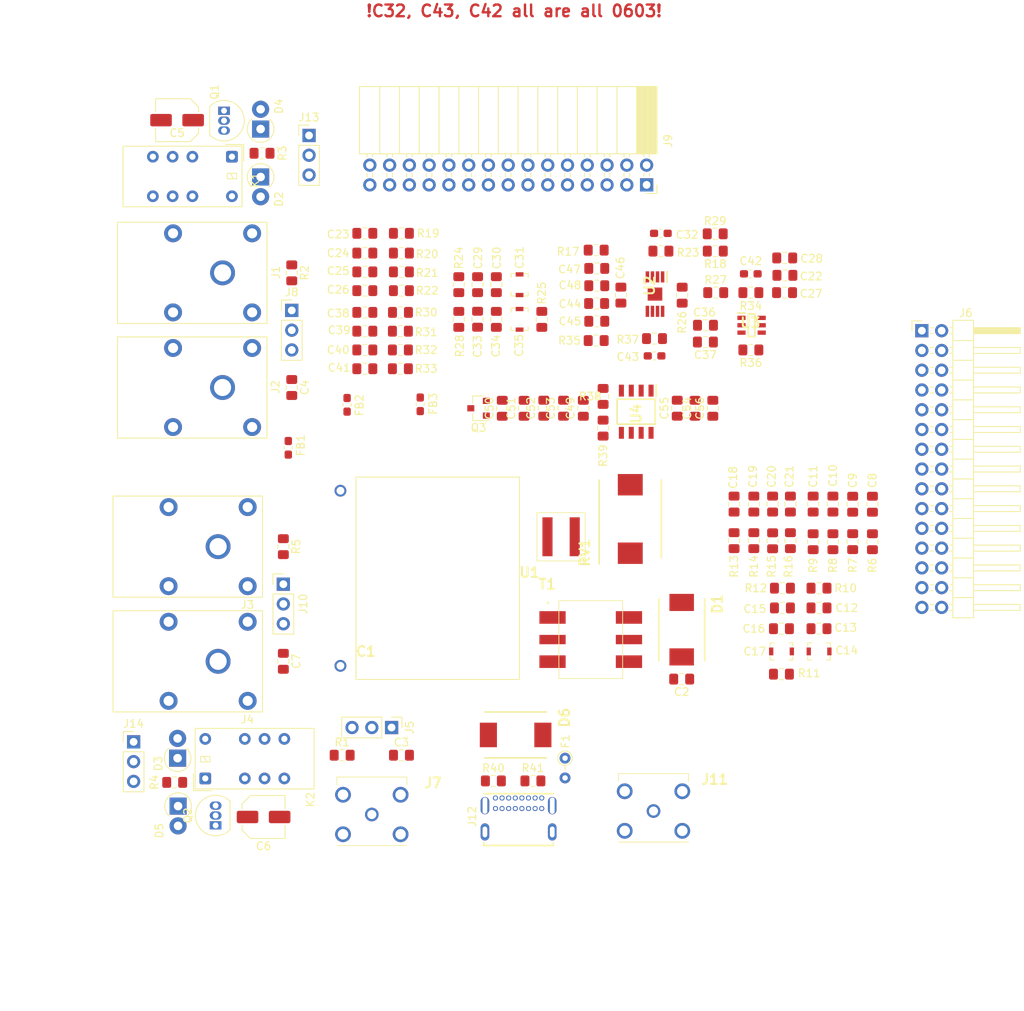
<source format=kicad_pcb>
(kicad_pcb (version 20171130) (host pcbnew "(5.1.6-0)")
  (layers (0 F.Cu signal) (31 B.Cu signal) (34 B.Paste user) (35 F.Paste user) (36 B.SilkS user) (37 F.SilkS user) (38 B.Mask user) (39 F.Mask user) (44 Edge.Cuts user))
  (net 0 "")
  (net 1 "Net-(C1-Pad2)")
  (net 2 DIVin1-)
  (net 3 PLCout+)
  (net 4 PLCout-)
  (net 5 BNCin+)
  (net 6 "Net-(C3-Pad1)")
  (net 7 DIVin1+)
  (net 8 "Net-(C4-Pad1)")
  (net 9 GND)
  (net 10 relaypwr)
  (net 11 DIVin2-)
  (net 12 "Net-(C7-Pad1)")
  (net 13 DIVin2+)
  (net 14 "Net-(C8-Pad1)")
  (net 15 "Net-(C10-Pad2)")
  (net 16 "Net-(C10-Pad1)")
  (net 17 DIVout2+)
  (net 18 "Net-(C12-Pad1)")
  (net 19 DIVout2-)
  (net 20 "Net-(C18-Pad2)")
  (net 21 "Net-(C18-Pad1)")
  (net 22 "Net-(C19-Pad2)")
  (net 23 "Net-(C20-Pad2)")
  (net 24 VCC)
  (net 25 "Net-(C23-Pad1)")
  (net 26 "Net-(C24-Pad1)")
  (net 27 "Net-(C25-Pad1)")
  (net 28 DIVout1+)
  (net 29 "Net-(C29-Pad1)")
  (net 30 "Net-(C32-Pad2)")
  (net 31 "Net-(C32-Pad1)")
  (net 32 DIVout1-)
  (net 33 "Net-(C38-Pad2)")
  (net 34 "Net-(C39-Pad2)")
  (net 35 "Net-(C40-Pad2)")
  (net 36 "Net-(C42-Pad2)")
  (net 37 "Net-(C42-Pad1)")
  (net 38 "Net-(C43-Pad2)")
  (net 39 "Net-(C43-Pad1)")
  (net 40 "Net-(C50-Pad2)")
  (net 41 "Net-(D2-Pad2)")
  (net 42 "Net-(D3-Pad2)")
  (net 43 "Net-(FB2-Pad2)")
  (net 44 "Net-(J2-Pad1)")
  (net 45 "Net-(J10-Pad2)")
  (net 46 "Net-(J5-Pad2)")
  (net 47 15)
  (net 48 14)
  (net 49 13)
  (net 50 12)
  (net 51 11)
  (net 52 10)
  (net 53 9)
  (net 54 8)
  (net 55 CV7)
  (net 56 CV6)
  (net 57 5)
  (net 58 4)
  (net 59 3)
  (net 60 2)
  (net 61 1)
  (net 62 BNCin-)
  (net 63 "Net-(J11-Pad1)")
  (net 64 scope1-)
  (net 65 scope1+)
  (net 66 scope2-)
  (net 67 scope2+)
  (net 68 "Net-(Q1-Pad2)")
  (net 69 "Net-(Q2-Pad2)")
  (net 70 V+)
  (net 71 "Net-(R6-Pad2)")
  (net 72 "Net-(R7-Pad2)")
  (net 73 "Net-(R8-Pad2)")
  (net 74 "Net-(R13-Pad1)")
  (net 75 "Net-(R14-Pad1)")
  (net 76 "Net-(R15-Pad1)")
  (net 77 "Net-(R17-Pad1)")
  (net 78 "Net-(R18-Pad1)")
  (net 79 "Net-(R19-Pad2)")
  (net 80 "Net-(R20-Pad2)")
  (net 81 "Net-(R21-Pad2)")
  (net 82 "Net-(R30-Pad1)")
  (net 83 "Net-(R31-Pad1)")
  (net 84 "Net-(R32-Pad1)")
  (net 85 "Net-(R35-Pad1)")
  (net 86 "Net-(R38-Pad1)")
  (net 87 "Net-(RV1-Pad1)")
  (net 88 "Net-(T1-Pad2)")
  (net 89 "Net-(T1-Pad5)")
  (net 90 "Net-(U3-Pad5)")
  (net 91 0)
  (net 92 trigger1)
  (net 93 trigger2)
  (net 94 waveform1)
  (net 95 waveform2)
  (net 96 dad_V-)
  (net 97 greg)
  (net 98 GNDREF)
  (net 99 "Net-(D6-Pad1)")
  (net 100 "Net-(J12-PadB8)")
  (net 101 "Net-(J12-PadA6)")
  (net 102 "Net-(J12-PadB5)")
  (net 103 "Net-(J12-PadA8)")
  (net 104 "Net-(J12-PadA5)")
  (net 105 "Net-(J13-Pad3)")
  (net 106 "Net-(J14-Pad3)")
  (module Capacitor_SMD:C_0603_1608Metric_Pad1.05x0.95mm_HandSolder (layer F.Cu) (at 161.916 87.0585)
    (fp_text reference C42 (at 0 -1.65) (layer F.SilkS))
    (fp_text value ~)
    (pad 2 smd roundrect (at 0.875 0) (size 1.05 0.95) (layers F.Cu F.Paste F.Mask) (net 36 "Net-(C42-Pad2)"))
    (pad 1 smd roundrect (at -0.875 0) (size 1.05 0.95) (layers F.Cu F.Paste F.Mask) (net 37 "Net-(C42-Pad1)"))
  )
  (module Capacitor_SMD:C_0603_1608Metric_Pad1.05x0.95mm_HandSolder (layer F.Cu) (at 150.359 81.8515 180)
    (fp_text reference C32 (at -3.3745 -0.1905) (layer F.SilkS))
    (fp_text value ~)
    (pad 2 smd roundrect (at 0.875 0 180) (size 1.05 0.95) (layers F.Cu F.Paste F.Mask) (net 30 "Net-(C32-Pad2)"))
    (pad 1 smd roundrect (at -0.875 0 180) (size 1.05 0.95) (layers F.Cu F.Paste F.Mask) (net 31 "Net-(C32-Pad1)"))
  )
  (module Capacitor_SMD:C_0603_1608Metric_Pad1.05x0.95mm_HandSolder (layer F.Cu) (at 149.5515 97.5995 180)
    (fp_text reference C43 (at 3.429 -0.127) (layer F.SilkS))
    (fp_text value ~)
    (pad 2 smd roundrect (at 0.875 0 180) (size 1.05 0.95) (layers F.Cu F.Paste F.Mask) (net 38 "Net-(C43-Pad2)"))
    (pad 1 smd roundrect (at -0.875 0 180) (size 1.05 0.95) (layers F.Cu F.Paste F.Mask) (net 39 "Net-(C43-Pad1)"))
  )
  (module Resistor_SMD:R_0603_1608Metric_Pad1.05x0.95mm_HandSolder (layer F.Cu) (at 119.4435 103.8225 270)
    (fp_text reference FB3 (at -0.0635 -1.651 90) (layer F.SilkS))
    (fp_text value Ferrite_Bead)
    (pad 2 smd roundrect (at 0.875 0 270) (size 1.05 0.95) (layers F.Cu F.Paste F.Mask) (net 9 GND))
    (pad 1 smd roundrect (at -0.875 0 270) (size 1.05 0.95) (layers F.Cu F.Paste F.Mask) (net 97 greg))
  )
  (module Resistor_SMD:R_0603_1608Metric_Pad1.05x0.95mm_HandSolder (layer F.Cu) (at 110.0455 103.886 270)
    (fp_text reference FB2 (at 0.0635 -1.5875 90) (layer F.SilkS))
    (fp_text value Ferrite_Bead)
    (pad 2 smd roundrect (at 0.875 0 270) (size 1.05 0.95) (layers F.Cu F.Paste F.Mask) (net 43 "Net-(FB2-Pad2)"))
    (pad 1 smd roundrect (at -0.875 0 270) (size 1.05 0.95) (layers F.Cu F.Paste F.Mask) (net 98 GNDREF))
  )
  (module Resistor_SMD:R_0603_1608Metric_Pad1.05x0.95mm_HandSolder (layer F.Cu) (at 102.489 109.4105 270)
    (fp_text reference FB1 (at -0.3175 -1.5875 90) (layer F.SilkS))
    (fp_text value Ferrite_Bead)
    (pad 2 smd roundrect (at 0.875 0 270) (size 1.05 0.95) (layers F.Cu F.Paste F.Mask) (net 40 "Net-(C50-Pad2)"))
    (pad 1 smd roundrect (at -0.875 0 270) (size 1.05 0.95) (layers F.Cu F.Paste F.Mask) (net 24 VCC))
  )
  (module kyuditsky_kicad_fp:GCT_USB4085-GF-A_REVA4 (layer F.Cu) (at 132.08 158.4325)
    (fp_text reference J12 (at -5.969 -1.651 90) (layer F.SilkS) (effects (font (size 1.00015 1.00015))))
    (fp_text value USB4085-GF-A_REVA4)
    (pad P4 thru_hole oval (at -4.325 0.335) (size 1.108 2.216) (drill oval 0.6 1.4) (layers *.Cu *.Mask) (net 9 GND))
    (pad P3 thru_hole oval (at 4.325 0.335) (size 1.108 2.216) (drill oval 0.6 1.4) (layers *.Cu *.Mask) (net 9 GND))
    (pad P2 thru_hole oval (at 4.325 -3.045) (size 1.108 2.216) (drill oval 0.6 2.1) (layers *.Cu *.Mask) (net 9 GND))
    (pad P1 thru_hole oval (at -4.325 -3.045) (size 1.108 2.216) (drill oval 0.6 2.1) (layers *.Cu *.Mask) (net 9 GND))
    (pad B12 thru_hole circle (at -2.975 -2.675) (size 0.65 0.65) (drill 0.4) (layers *.Cu *.Mask) (net 9 GND))
    (pad B9 thru_hole circle (at -2.125 -2.675) (size 0.65 0.65) (drill 0.4) (layers *.Cu *.Mask) (net 99 "Net-(D6-Pad1)"))
    (pad B8 thru_hole circle (at -1.275 -2.675) (size 0.65 0.65) (drill 0.4) (layers *.Cu *.Mask) (net 100 "Net-(J12-PadB8)"))
    (pad B7 thru_hole circle (at -0.425 -2.675) (size 0.65 0.65) (drill 0.4) (layers *.Cu *.Mask) (net 101 "Net-(J12-PadA6)"))
    (pad B6 thru_hole circle (at 0.425 -2.675) (size 0.65 0.65) (drill 0.4) (layers *.Cu *.Mask) (net 101 "Net-(J12-PadA6)"))
    (pad B5 thru_hole circle (at 1.275 -2.675) (size 0.65 0.65) (drill 0.4) (layers *.Cu *.Mask) (net 102 "Net-(J12-PadB5)"))
    (pad B4 thru_hole circle (at 2.125 -2.675) (size 0.65 0.65) (drill 0.4) (layers *.Cu *.Mask) (net 99 "Net-(D6-Pad1)"))
    (pad B1 thru_hole circle (at 2.975 -2.675) (size 0.65 0.65) (drill 0.4) (layers *.Cu *.Mask) (net 9 GND))
    (pad A12 thru_hole circle (at 2.975 -4.025) (size 0.65 0.65) (drill 0.4) (layers *.Cu *.Mask) (net 9 GND))
    (pad A9 thru_hole circle (at 2.125 -4.025) (size 0.65 0.65) (drill 0.4) (layers *.Cu *.Mask) (net 99 "Net-(D6-Pad1)"))
    (pad A8 thru_hole circle (at 1.275 -4.025) (size 0.65 0.65) (drill 0.4) (layers *.Cu *.Mask) (net 103 "Net-(J12-PadA8)"))
    (pad A7 thru_hole circle (at 0.425 -4.025) (size 0.65 0.65) (drill 0.4) (layers *.Cu *.Mask) (net 101 "Net-(J12-PadA6)"))
    (pad A6 thru_hole circle (at -0.425 -4.025) (size 0.65 0.65) (drill 0.4) (layers *.Cu *.Mask) (net 101 "Net-(J12-PadA6)"))
    (pad A5 thru_hole circle (at -1.275 -4.025) (size 0.65 0.65) (drill 0.4) (layers *.Cu *.Mask) (net 104 "Net-(J12-PadA5)"))
    (pad A4 thru_hole circle (at -2.125 -4.025) (size 0.65 0.65) (drill 0.4) (layers *.Cu *.Mask) (net 99 "Net-(D6-Pad1)"))
    (pad A1 thru_hole circle (at -2.975 -4.025) (size 0.65 0.65) (drill 0.4) (layers *.Cu *.Mask) (net 9 GND))
  )
  (module Resistor_SMD:R_0805_2012Metric_Pad1.15x1.40mm_HandSolder (layer F.Cu) (at 128.8415 152.2095)
    (fp_text reference R40 (at 0 -1.65) (layer F.SilkS))
    (fp_text value 5.1k)
    (pad 2 smd roundrect (at 1.025 0) (size 1.15 1.4) (layers F.Cu F.Paste F.Mask) (roundrect_rratio 0.217391) (net 104 "Net-(J12-PadA5)"))
    (pad 1 smd roundrect (at -1.025 0) (size 1.15 1.4) (layers F.Cu F.Paste F.Mask) (roundrect_rratio 0.217391) (net 9 GND))
  )
  (module Resistor_SMD:R_0805_2012Metric_Pad1.15x1.40mm_HandSolder (layer F.Cu) (at 133.9215 152.2095)
    (fp_text reference R41 (at 0 -1.65) (layer F.SilkS))
    (fp_text value 5.1k)
    (pad 2 smd roundrect (at 1.025 0) (size 1.15 1.4) (layers F.Cu F.Paste F.Mask) (roundrect_rratio 0.217391) (net 9 GND))
    (pad 1 smd roundrect (at -1.025 0) (size 1.15 1.4) (layers F.Cu F.Paste F.Mask) (roundrect_rratio 0.217391) (net 102 "Net-(J12-PadB5)"))
  )
  (module Resistor_THT:R_Axial_DIN0204_L3.6mm_D1.6mm_P2.54mm_Vertical (layer F.Cu) (at 138.049 149.2885 270)
    (fp_text reference F1 (at -2.159 -0.0635 90) (layer F.SilkS))
    (fp_text value "2.5a Fuse")
    (pad 2 thru_hole oval (at 2.54 0 270) (size 1.4 1.4) (drill 0.7) (layers *.Cu *.Mask) (net 70 V+))
    (pad 1 thru_hole circle (at 0 0 270) (size 1.4 1.4) (drill 0.7) (layers *.Cu *.Mask) (net 99 "Net-(D6-Pad1)"))
  )
  (module kyuditsky_kicad_fp:littlefuseTVS (layer F.Cu) (at 131.699 146.304 180)
    (fp_text reference D6 (at -6.2865 2.2225 270) (layer F.SilkS) (effects (font (size 1.27 1.27) (thickness 0.254))))
    (fp_text value SMCJ5.0A hide)
    (pad 2 smd rect (at 3.5 0 180) (size 2.2 3.15) (layers F.Cu F.Paste F.Mask) (net 9 GND))
    (pad 1 smd rect (at -3.5 0 180) (size 2.2 3.15) (layers F.Cu F.Paste F.Mask) (net 99 "Net-(D6-Pad1)"))
  )
  (module Connector_PinHeader_2.54mm:PinHeader_1x03_P2.54mm_Vertical (layer F.Cu) (at 82.6135 147.193)
    (fp_text reference J14 (at 0 -2.33) (layer F.SilkS))
    (fp_text value Conn_01x03_Male)
    (pad 3 thru_hole oval (at 0 5.08) (size 1.7 1.7) (drill 1) (layers *.Cu *.Mask) (net 106 "Net-(J14-Pad3)"))
    (pad 2 thru_hole oval (at 0 2.54) (size 1.7 1.7) (drill 1) (layers *.Cu *.Mask) (net 70 V+))
    (pad 1 thru_hole rect (at 0 0) (size 1.7 1.7) (drill 1) (layers *.Cu *.Mask) (net 55 CV7))
  )
  (module Connector_PinHeader_2.54mm:PinHeader_1x03_P2.54mm_Vertical (layer F.Cu) (at 105.156 69.2785)
    (fp_text reference J13 (at 0 -2.33) (layer F.SilkS))
    (fp_text value Conn_01x03_Male)
    (pad 3 thru_hole oval (at 0 5.08) (size 1.7 1.7) (drill 1) (layers *.Cu *.Mask) (net 105 "Net-(J13-Pad3)"))
    (pad 2 thru_hole oval (at 0 2.54) (size 1.7 1.7) (drill 1) (layers *.Cu *.Mask) (net 70 V+))
    (pad 1 thru_hole rect (at 0 0) (size 1.7 1.7) (drill 1) (layers *.Cu *.Mask) (net 56 CV6))
  )
  (module Diode_THT:D_DO-41_SOD81_P2.54mm_Vertical_AnodeUp (layer F.Cu) (at 88.3285 155.448 270)
    (fp_text reference D5 (at 3.175 2.413 90) (layer F.SilkS))
    (fp_text value 1N4001)
    (pad 2 thru_hole oval (at 2.54 0 270) (size 2.2 2.2) (drill 1.1) (layers *.Cu *.Mask) (net 9 GND))
    (pad 1 thru_hole rect (at 0 0 270) (size 2.2 2.2) (drill 1.1) (layers *.Cu *.Mask) (net 42 "Net-(D3-Pad2)"))
  )
  (module Diode_THT:D_DO-41_SOD81_P2.54mm_Vertical_AnodeUp (layer F.Cu) (at 98.933 68.453 90)
    (fp_text reference D4 (at 2.921 2.3495 90) (layer F.SilkS))
    (fp_text value 1N4001)
    (pad 2 thru_hole oval (at 2.54 0 90) (size 2.2 2.2) (drill 1.1) (layers *.Cu *.Mask) (net 9 GND))
    (pad 1 thru_hole rect (at 0 0 90) (size 2.2 2.2) (drill 1.1) (layers *.Cu *.Mask) (net 41 "Net-(D2-Pad2)"))
  )
  (module Diode_THT:D_DO-41_SOD81_P2.54mm_Vertical_AnodeUp (layer F.Cu) (at 88.265 149.2885 90)
    (fp_text reference D3 (at -0.6985 -2.4765 90) (layer F.SilkS))
    (fp_text value 1N4001)
    (pad 2 thru_hole oval (at 2.54 0 90) (size 2.2 2.2) (drill 1.1) (layers *.Cu *.Mask) (net 42 "Net-(D3-Pad2)"))
    (pad 1 thru_hole rect (at 0 0 90) (size 2.2 2.2) (drill 1.1) (layers *.Cu *.Mask) (net 10 relaypwr))
  )
  (module Diode_THT:D_DO-41_SOD81_P2.54mm_Vertical_AnodeUp (layer F.Cu) (at 98.933 74.6125 270)
    (fp_text reference D2 (at 2.8575 -2.3495 90) (layer F.SilkS))
    (fp_text value 1N4001)
    (pad 2 thru_hole oval (at 2.54 0 270) (size 2.2 2.2) (drill 1.1) (layers *.Cu *.Mask) (net 41 "Net-(D2-Pad2)"))
    (pad 1 thru_hole rect (at 0 0 270) (size 2.2 2.2) (drill 1.1) (layers *.Cu *.Mask) (net 10 relaypwr))
  )
  (module Package_TO_SOT_THT:TO-92_Inline (layer F.Cu) (at 94.234 66.1035 270)
    (fp_text reference Q1 (at -2.413 1.2065 90) (layer F.SilkS))
    (fp_text value 2N3904)
    (pad 1 thru_hole rect (at 0 0 270) (size 1.05 1.5) (drill 0.75) (layers *.Cu *.Mask) (net 9 GND))
    (pad 3 thru_hole oval (at 2.54 0 270) (size 1.05 1.5) (drill 0.75) (layers *.Cu *.Mask) (net 41 "Net-(D2-Pad2)"))
    (pad 2 thru_hole oval (at 1.27 0 270) (size 1.05 1.5) (drill 0.75) (layers *.Cu *.Mask) (net 68 "Net-(Q1-Pad2)"))
  )
  (module Package_TO_SOT_THT:TO-92_Inline (layer F.Cu) (at 93.1545 157.9245 90)
    (fp_text reference Q2 (at 1.27 -3.56 90) (layer F.SilkS))
    (fp_text value 2N3904)
    (pad 1 thru_hole rect (at 0 0 90) (size 1.05 1.5) (drill 0.75) (layers *.Cu *.Mask) (net 9 GND))
    (pad 3 thru_hole oval (at 2.54 0 90) (size 1.05 1.5) (drill 0.75) (layers *.Cu *.Mask) (net 42 "Net-(D3-Pad2)"))
    (pad 2 thru_hole oval (at 1.27 0 90) (size 1.05 1.5) (drill 0.75) (layers *.Cu *.Mask) (net 69 "Net-(Q2-Pad2)"))
  )
  (module kyuditsky_kicad_fp:SOIC127P600X175-8NLM7301 (layer F.Cu) (at 147.193 104.775 270)
    (fp_text reference U4 (at 0.254 0 270) (layer F.SilkS) (effects (font (size 1.27 1.27) (thickness 0.254))))
    (fp_text value LM7301 hide)
    (pad 8 smd rect (at 2.711 -1.905) (size 0.65 1.528) (layers F.Cu F.Paste F.Mask))
    (pad 7 smd rect (at 2.711 -0.635) (size 0.65 1.528) (layers F.Cu F.Paste F.Mask) (net 24 VCC))
    (pad 6 smd rect (at 2.711 0.635) (size 0.65 1.528) (layers F.Cu F.Paste F.Mask) (net 43 "Net-(FB2-Pad2)"))
    (pad 5 smd rect (at 2.711 1.905) (size 0.65 1.528) (layers F.Cu F.Paste F.Mask))
    (pad 4 smd rect (at -2.711 1.905) (size 0.65 1.528) (layers F.Cu F.Paste F.Mask) (net 97 greg))
    (pad 3 smd rect (at -2.711 0.635) (size 0.65 1.528) (layers F.Cu F.Paste F.Mask) (net 86 "Net-(R38-Pad1)"))
    (pad 2 smd rect (at -2.711 -0.635) (size 0.65 1.528) (layers F.Cu F.Paste F.Mask) (net 43 "Net-(FB2-Pad2)"))
    (pad 1 smd rect (at -2.711 -1.905) (size 0.65 1.528) (layers F.Cu F.Paste F.Mask))
  )
  (module kyuditsky_kicad_fp:SOP65P490X110-9N_LTC6269 (layer F.Cu) (at 149.606 89.662 270)
    (fp_text reference U2 (at -1.0795 0.6985 90) (layer F.SilkS) (effects (font (size 1.27 1.27) (thickness 0.254))))
    (fp_text value LTC6269 hide)
    (pad 9 smd rect (at 0 0 270) (size 1.68 1.88) (layers F.Cu F.Paste F.Mask))
    (pad 8 smd rect (at 2.212 -0.975) (size 0.45 1.425) (layers F.Cu F.Paste F.Mask) (net 24 VCC))
    (pad 7 smd rect (at 2.212 -0.325) (size 0.45 1.425) (layers F.Cu F.Paste F.Mask) (net 39 "Net-(C43-Pad1)"))
    (pad 6 smd rect (at 2.212 0.325) (size 0.45 1.425) (layers F.Cu F.Paste F.Mask) (net 38 "Net-(C43-Pad2)"))
    (pad 5 smd rect (at 2.212 0.975) (size 0.45 1.425) (layers F.Cu F.Paste F.Mask) (net 85 "Net-(R35-Pad1)"))
    (pad 4 smd rect (at -2.212 0.975) (size 0.45 1.425) (layers F.Cu F.Paste F.Mask) (net 97 greg))
    (pad 3 smd rect (at -2.212 0.325) (size 0.45 1.425) (layers F.Cu F.Paste F.Mask) (net 77 "Net-(R17-Pad1)"))
    (pad 2 smd rect (at -2.212 -0.325) (size 0.45 1.425) (layers F.Cu F.Paste F.Mask) (net 30 "Net-(C32-Pad2)"))
    (pad 1 smd rect (at -2.212 -0.975) (size 0.45 1.425) (layers F.Cu F.Paste F.Mask) (net 31 "Net-(C32-Pad1)"))
  )
  (module kyuditsky_kicad_fp:SOT95P280X100-6N_LTC6268 (layer F.Cu) (at 162.0185 93.665)
    (fp_text reference U3 (at -0.1605 -0.32) (layer F.SilkS) (effects (font (size 1.27 1.27) (thickness 0.254))))
    (fp_text value LTC6268 hide)
    (pad 6 smd rect (at 1.3 -0.95 90) (size 0.55 1.05) (layers F.Cu F.Paste F.Mask) (net 24 VCC))
    (pad 5 smd rect (at 1.3 0 90) (size 0.55 1.05) (layers F.Cu F.Paste F.Mask) (net 90 "Net-(U3-Pad5)"))
    (pad 4 smd rect (at 1.3 0.95 90) (size 0.55 1.05) (layers F.Cu F.Paste F.Mask) (net 36 "Net-(C42-Pad2)"))
    (pad 3 smd rect (at -1.3 0.95 90) (size 0.55 1.05) (layers F.Cu F.Paste F.Mask) (net 78 "Net-(R18-Pad1)"))
    (pad 2 smd rect (at -1.3 0 90) (size 0.55 1.05) (layers F.Cu F.Paste F.Mask) (net 97 greg))
    (pad 1 smd rect (at -1.3 -0.95 90) (size 0.55 1.05) (layers F.Cu F.Paste F.Mask) (net 37 "Net-(C42-Pad1)"))
  )
  (module ECQ-UBAF4747K_kicad:ECQ-UBAF474K-3_side (layer F.Cu) (at 111.1885 126.1745 180)
    (fp_text reference C1 (at -1.27 -9.398) (layer F.SilkS) (effects (font (size 1.27 1.27) (thickness 0.254))))
    (fp_text value ECQ-UBAF474K hide)
    (pad 2 thru_hole circle (at 2 11.25 180) (size 1.524 1.524) (drill 1) (layers *.Cu *.Mask) (net 1 "Net-(C1-Pad2)"))
    (pad 1 thru_hole circle (at 2 -11.25 180) (size 1.524 1.524) (drill 1) (layers *.Cu *.Mask) (net 2 DIVin1-))
  )
  (module Capacitor_SMD:C_Elec_5x5.4 (layer F.Cu) (at 99.314 156.845)
    (fp_text reference C6 (at 0 3.7465) (layer F.SilkS))
    (fp_text value CP)
    (pad 2 smd roundrect (at 2.0625 0) (size 2.775 1.6) (layers F.Cu F.Paste F.Mask) (roundrect_rratio 0.15625) (net 9 GND))
    (pad 1 smd roundrect (at -2.0625 0) (size 2.775 1.6) (layers F.Cu F.Paste F.Mask) (roundrect_rratio 0.15625) (net 10 relaypwr))
  )
  (module Capacitor_SMD:C_Elec_5x5.4 (layer F.Cu) (at 88.2015 67.31 180)
    (fp_text reference C5 (at 0 -1.65) (layer F.SilkS))
    (fp_text value CP)
    (pad 2 smd roundrect (at 2.0625 0 180) (size 2.775 1.6) (layers F.Cu F.Paste F.Mask) (roundrect_rratio 0.15625) (net 9 GND))
    (pad 1 smd roundrect (at -2.0625 0 180) (size 2.775 1.6) (layers F.Cu F.Paste F.Mask) (roundrect_rratio 0.15625) (net 10 relaypwr))
  )
  (module Connector_PinSocket_2.54mm:PinSocket_2x15_P2.54mm_Horizontal (layer F.Cu) (at 148.5265 75.6285 270)
    (fp_text reference J9 (at -5.65 -2.77 90) (layer F.SilkS))
    (fp_text value Conn_02x15_Odd_Even)
    (pad 30 thru_hole oval (at -2.54 35.56 270) (size 1.7 1.7) (drill 1) (layers *.Cu *.Mask) (net 55 CV7))
    (pad 29 thru_hole oval (at 0 35.56 270) (size 1.7 1.7) (drill 1) (layers *.Cu *.Mask) (net 47 15))
    (pad 28 thru_hole oval (at -2.54 33.02 270) (size 1.7 1.7) (drill 1) (layers *.Cu *.Mask) (net 56 CV6))
    (pad 27 thru_hole oval (at 0 33.02 270) (size 1.7 1.7) (drill 1) (layers *.Cu *.Mask) (net 48 14))
    (pad 26 thru_hole oval (at -2.54 30.48 270) (size 1.7 1.7) (drill 1) (layers *.Cu *.Mask) (net 57 5))
    (pad 25 thru_hole oval (at 0 30.48 270) (size 1.7 1.7) (drill 1) (layers *.Cu *.Mask) (net 49 13))
    (pad 24 thru_hole oval (at -2.54 27.94 270) (size 1.7 1.7) (drill 1) (layers *.Cu *.Mask) (net 58 4))
    (pad 23 thru_hole oval (at 0 27.94 270) (size 1.7 1.7) (drill 1) (layers *.Cu *.Mask) (net 50 12))
    (pad 22 thru_hole oval (at -2.54 25.4 270) (size 1.7 1.7) (drill 1) (layers *.Cu *.Mask) (net 59 3))
    (pad 21 thru_hole oval (at 0 25.4 270) (size 1.7 1.7) (drill 1) (layers *.Cu *.Mask) (net 51 11))
    (pad 20 thru_hole oval (at -2.54 22.86 270) (size 1.7 1.7) (drill 1) (layers *.Cu *.Mask) (net 60 2))
    (pad 19 thru_hole oval (at 0 22.86 270) (size 1.7 1.7) (drill 1) (layers *.Cu *.Mask) (net 52 10))
    (pad 18 thru_hole oval (at -2.54 20.32 270) (size 1.7 1.7) (drill 1) (layers *.Cu *.Mask) (net 61 1))
    (pad 17 thru_hole oval (at 0 20.32 270) (size 1.7 1.7) (drill 1) (layers *.Cu *.Mask) (net 53 9))
    (pad 16 thru_hole oval (at -2.54 17.78 270) (size 1.7 1.7) (drill 1) (layers *.Cu *.Mask) (net 91 0))
    (pad 15 thru_hole oval (at 0 17.78 270) (size 1.7 1.7) (drill 1) (layers *.Cu *.Mask) (net 54 8))
    (pad 14 thru_hole oval (at -2.54 15.24 270) (size 1.7 1.7) (drill 1) (layers *.Cu *.Mask) (net 92 trigger1))
    (pad 13 thru_hole oval (at 0 15.24 270) (size 1.7 1.7) (drill 1) (layers *.Cu *.Mask) (net 93 trigger2))
    (pad 12 thru_hole oval (at -2.54 12.7 270) (size 1.7 1.7) (drill 1) (layers *.Cu *.Mask) (net 9 GND))
    (pad 11 thru_hole oval (at 0 12.7 270) (size 1.7 1.7) (drill 1) (layers *.Cu *.Mask) (net 9 GND))
    (pad 10 thru_hole oval (at -2.54 10.16 270) (size 1.7 1.7) (drill 1) (layers *.Cu *.Mask) (net 94 waveform1))
    (pad 9 thru_hole oval (at 0 10.16 270) (size 1.7 1.7) (drill 1) (layers *.Cu *.Mask) (net 95 waveform2))
    (pad 8 thru_hole oval (at -2.54 7.62 270) (size 1.7 1.7) (drill 1) (layers *.Cu *.Mask) (net 10 relaypwr))
    (pad 7 thru_hole oval (at 0 7.62 270) (size 1.7 1.7) (drill 1) (layers *.Cu *.Mask) (net 96 dad_V-))
    (pad 6 thru_hole oval (at -2.54 5.08 270) (size 1.7 1.7) (drill 1) (layers *.Cu *.Mask) (net 9 GND))
    (pad 5 thru_hole oval (at 0 5.08 270) (size 1.7 1.7) (drill 1) (layers *.Cu *.Mask) (net 9 GND))
    (pad 4 thru_hole oval (at -2.54 2.54 270) (size 1.7 1.7) (drill 1) (layers *.Cu *.Mask) (net 67 scope2+))
    (pad 3 thru_hole oval (at 0 2.54 270) (size 1.7 1.7) (drill 1) (layers *.Cu *.Mask) (net 66 scope2-))
    (pad 2 thru_hole oval (at -2.54 0 270) (size 1.7 1.7) (drill 1) (layers *.Cu *.Mask) (net 65 scope1+))
    (pad 1 thru_hole rect (at 0 0 270) (size 1.7 1.7) (drill 1) (layers *.Cu *.Mask) (net 64 scope1-))
  )
  (module Connector_PinHeader_2.54mm:PinHeader_2x15_P2.54mm_Horizontal (layer F.Cu) (at 183.896 94.361)
    (fp_text reference J6 (at 5.655 -2.27) (layer F.SilkS))
    (fp_text value Conn_02x15_Odd_Even)
    (pad 30 thru_hole oval (at 2.54 35.56) (size 1.7 1.7) (drill 1) (layers *.Cu *.Mask) (net 55 CV7))
    (pad 29 thru_hole oval (at 0 35.56) (size 1.7 1.7) (drill 1) (layers *.Cu *.Mask) (net 47 15))
    (pad 28 thru_hole oval (at 2.54 33.02) (size 1.7 1.7) (drill 1) (layers *.Cu *.Mask) (net 56 CV6))
    (pad 27 thru_hole oval (at 0 33.02) (size 1.7 1.7) (drill 1) (layers *.Cu *.Mask) (net 48 14))
    (pad 26 thru_hole oval (at 2.54 30.48) (size 1.7 1.7) (drill 1) (layers *.Cu *.Mask) (net 57 5))
    (pad 25 thru_hole oval (at 0 30.48) (size 1.7 1.7) (drill 1) (layers *.Cu *.Mask) (net 49 13))
    (pad 24 thru_hole oval (at 2.54 27.94) (size 1.7 1.7) (drill 1) (layers *.Cu *.Mask) (net 58 4))
    (pad 23 thru_hole oval (at 0 27.94) (size 1.7 1.7) (drill 1) (layers *.Cu *.Mask) (net 50 12))
    (pad 22 thru_hole oval (at 2.54 25.4) (size 1.7 1.7) (drill 1) (layers *.Cu *.Mask) (net 59 3))
    (pad 21 thru_hole oval (at 0 25.4) (size 1.7 1.7) (drill 1) (layers *.Cu *.Mask) (net 51 11))
    (pad 20 thru_hole oval (at 2.54 22.86) (size 1.7 1.7) (drill 1) (layers *.Cu *.Mask) (net 60 2))
    (pad 19 thru_hole oval (at 0 22.86) (size 1.7 1.7) (drill 1) (layers *.Cu *.Mask) (net 52 10))
    (pad 18 thru_hole oval (at 2.54 20.32) (size 1.7 1.7) (drill 1) (layers *.Cu *.Mask) (net 61 1))
    (pad 17 thru_hole oval (at 0 20.32) (size 1.7 1.7) (drill 1) (layers *.Cu *.Mask) (net 53 9))
    (pad 16 thru_hole oval (at 2.54 17.78) (size 1.7 1.7) (drill 1) (layers *.Cu *.Mask) (net 91 0))
    (pad 15 thru_hole oval (at 0 17.78) (size 1.7 1.7) (drill 1) (layers *.Cu *.Mask) (net 54 8))
    (pad 14 thru_hole oval (at 2.54 15.24) (size 1.7 1.7) (drill 1) (layers *.Cu *.Mask) (net 92 trigger1))
    (pad 13 thru_hole oval (at 0 15.24) (size 1.7 1.7) (drill 1) (layers *.Cu *.Mask) (net 93 trigger2))
    (pad 12 thru_hole oval (at 2.54 12.7) (size 1.7 1.7) (drill 1) (layers *.Cu *.Mask) (net 9 GND))
    (pad 11 thru_hole oval (at 0 12.7) (size 1.7 1.7) (drill 1) (layers *.Cu *.Mask) (net 9 GND))
    (pad 10 thru_hole oval (at 2.54 10.16) (size 1.7 1.7) (drill 1) (layers *.Cu *.Mask) (net 94 waveform1))
    (pad 9 thru_hole oval (at 0 10.16) (size 1.7 1.7) (drill 1) (layers *.Cu *.Mask) (net 95 waveform2))
    (pad 8 thru_hole oval (at 2.54 7.62) (size 1.7 1.7) (drill 1) (layers *.Cu *.Mask) (net 10 relaypwr))
    (pad 7 thru_hole oval (at 0 7.62) (size 1.7 1.7) (drill 1) (layers *.Cu *.Mask) (net 96 dad_V-))
    (pad 6 thru_hole oval (at 2.54 5.08) (size 1.7 1.7) (drill 1) (layers *.Cu *.Mask) (net 9 GND))
    (pad 5 thru_hole oval (at 0 5.08) (size 1.7 1.7) (drill 1) (layers *.Cu *.Mask) (net 9 GND))
    (pad 4 thru_hole oval (at 2.54 2.54) (size 1.7 1.7) (drill 1) (layers *.Cu *.Mask) (net 67 scope2+))
    (pad 3 thru_hole oval (at 0 2.54) (size 1.7 1.7) (drill 1) (layers *.Cu *.Mask) (net 66 scope2-))
    (pad 2 thru_hole oval (at 2.54 0) (size 1.7 1.7) (drill 1) (layers *.Cu *.Mask) (net 65 scope1+))
    (pad 1 thru_hole rect (at 0 0) (size 1.7 1.7) (drill 1) (layers *.Cu *.Mask) (net 64 scope1-))
  )
  (module kyuditsky_kicad_fp:SL1002A600SP (layer F.Cu) (at 137.541 120.8405 180)
    (fp_text reference U1 (at 4.064 -4.572) (layer F.SilkS) (effects (font (size 1.27 1.27) (thickness 0.254))))
    (fp_text value SL1002A600SP hide)
    (pad 2 smd rect (at 1.75 0 180) (size 1.3 5) (layers F.Cu F.Paste F.Mask) (net 7 DIVin1+))
    (pad 1 smd rect (at -1.75 0 180) (size 1.3 5) (layers F.Cu F.Paste F.Mask) (net 87 "Net-(RV1-Pad1)"))
  )
  (module Connector_PinHeader_2.54mm:PinHeader_1x03_P2.54mm_Vertical (layer F.Cu) (at 101.854 126.9365)
    (fp_text reference J10 (at 2.54 2.54 270) (layer F.SilkS))
    (fp_text value Conn_01x03_Male)
    (pad 3 thru_hole oval (at 0 5.08) (size 1.7 1.7) (drill 1) (layers *.Cu *.Mask) (net 12 "Net-(C7-Pad1)"))
    (pad 2 thru_hole oval (at 0 2.54) (size 1.7 1.7) (drill 1) (layers *.Cu *.Mask) (net 45 "Net-(J10-Pad2)"))
    (pad 1 thru_hole rect (at 0 0) (size 1.7 1.7) (drill 1) (layers *.Cu *.Mask) (net 11 DIVin2-))
  )
  (module Connector_PinHeader_2.54mm:PinHeader_1x03_P2.54mm_Vertical (layer F.Cu) (at 102.9335 91.7575)
    (fp_text reference J8 (at 0 -2.33) (layer F.SilkS))
    (fp_text value Conn_01x03_Male)
    (pad 3 thru_hole oval (at 0 5.08) (size 1.7 1.7) (drill 1) (layers *.Cu *.Mask) (net 8 "Net-(C4-Pad1)"))
    (pad 2 thru_hole oval (at 0 2.54) (size 1.7 1.7) (drill 1) (layers *.Cu *.Mask) (net 44 "Net-(J2-Pad1)"))
    (pad 1 thru_hole rect (at 0 0) (size 1.7 1.7) (drill 1) (layers *.Cu *.Mask) (net 7 DIVin1+))
  )
  (module Connector_PinHeader_2.54mm:PinHeader_1x03_P2.54mm_Vertical (layer F.Cu) (at 115.7605 145.3515 270)
    (fp_text reference J5 (at 0 -2.33 90) (layer F.SilkS))
    (fp_text value Conn_01x03_Male)
    (pad 3 thru_hole oval (at 0 5.08 270) (size 1.7 1.7) (drill 1) (layers *.Cu *.Mask) (net 6 "Net-(C3-Pad1)"))
    (pad 2 thru_hole oval (at 0 2.54 270) (size 1.7 1.7) (drill 1) (layers *.Cu *.Mask) (net 46 "Net-(J5-Pad2)"))
    (pad 1 thru_hole rect (at 0 0 270) (size 1.7 1.7) (drill 1) (layers *.Cu *.Mask) (net 5 BNCin+))
  )
  (module kyuditsky_kicad_fp:GT07110013 (layer F.Cu) (at 141.351 134.0485 90)
    (fp_text reference T1 (at 7.112 -5.588) (layer F.SilkS) (effects (font (size 1.27 1.27) (thickness 0.254))))
    (fp_text value GT07-110-013 hide)
    (pad 1 smd rect (at 2.84 -4.91 90) (size 1.62 3.375) (layers F.Cu F.Paste F.Mask) (net 7 DIVin1+))
    (pad 2 smd rect (at 0 -4.91 90) (size 1.2 3.375) (layers F.Cu F.Paste F.Mask) (net 88 "Net-(T1-Pad2)"))
    (pad 3 smd rect (at -2.84 -4.91 90) (size 1.62 3.375) (layers F.Cu F.Paste F.Mask) (net 1 "Net-(C1-Pad2)"))
    (pad 4 smd rect (at -2.84 4.91 90) (size 1.62 3.375) (layers F.Cu F.Paste F.Mask) (net 4 PLCout-))
    (pad 5 smd rect (at 0 4.91 90) (size 1.2 3.375) (layers F.Cu F.Paste F.Mask) (net 89 "Net-(T1-Pad5)"))
    (pad 6 smd rect (at 2.84 4.91 90) (size 1.62 3.375) (layers F.Cu F.Paste F.Mask) (net 3 PLCout+))
  )
  (module VP4032K122R300_kicad:CAPPM10080X500N (layer F.Cu) (at 146.431 118.5545 90)
    (fp_text reference RV1 (at -4.318 -5.842 90) (layer F.SilkS) (effects (font (size 1.27 1.27) (thickness 0.254))))
    (fp_text value VP4032K122R300 hide)
    (pad 2 smd rect (at 4.4 0 90) (size 2.75 3.2) (layers F.Cu F.Paste F.Mask) (net 2 DIVin1-))
    (pad 1 smd rect (at -4.4 0 90) (size 2.75 3.2) (layers F.Cu F.Paste F.Mask) (net 87 "Net-(RV1-Pad1)"))
  )
  (module Resistor_SMD:R_0805_2012Metric_Pad1.15x1.40mm_HandSolder (layer F.Cu) (at 142.9385 106.8795 270)
    (fp_text reference R39 (at 3.547 0 90) (layer F.SilkS))
    (fp_text value ~)
    (pad 2 smd roundrect (at 1.025 0 270) (size 1.15 1.4) (layers F.Cu F.Paste F.Mask) (roundrect_rratio 0.217391) (net 97 greg))
    (pad 1 smd roundrect (at -1.025 0 270) (size 1.15 1.4) (layers F.Cu F.Paste F.Mask) (roundrect_rratio 0.217391) (net 86 "Net-(R38-Pad1)"))
  )
  (module Resistor_SMD:R_0805_2012Metric_Pad1.15x1.40mm_HandSolder (layer F.Cu) (at 142.9385 102.8065 90)
    (fp_text reference R38 (at 0 -1.65) (layer F.SilkS))
    (fp_text value ~)
    (pad 2 smd roundrect (at 1.025 0 90) (size 1.15 1.4) (layers F.Cu F.Paste F.Mask) (roundrect_rratio 0.217391) (net 24 VCC))
    (pad 1 smd roundrect (at -1.025 0 90) (size 1.15 1.4) (layers F.Cu F.Paste F.Mask) (roundrect_rratio 0.217391) (net 86 "Net-(R38-Pad1)"))
  )
  (module Resistor_SMD:R_0805_2012Metric_Pad1.15x1.40mm_HandSolder (layer F.Cu) (at 149.5425 95.377 180)
    (fp_text reference R37 (at 3.429 -0.127) (layer F.SilkS))
    (fp_text value ~)
    (pad 2 smd roundrect (at 1.025 0 180) (size 1.15 1.4) (layers F.Cu F.Paste F.Mask) (roundrect_rratio 0.217391) (net 38 "Net-(C43-Pad2)"))
    (pad 1 smd roundrect (at -1.025 0 180) (size 1.15 1.4) (layers F.Cu F.Paste F.Mask) (roundrect_rratio 0.217391) (net 39 "Net-(C43-Pad1)"))
  )
  (module Resistor_SMD:R_0805_2012Metric_Pad1.15x1.40mm_HandSolder (layer F.Cu) (at 161.925 96.8375 180)
    (fp_text reference R36 (at 0 -1.65) (layer F.SilkS))
    (fp_text value ~)
    (pad 2 smd roundrect (at 1.025 0 180) (size 1.15 1.4) (layers F.Cu F.Paste F.Mask) (roundrect_rratio 0.217391) (net 39 "Net-(C43-Pad1)"))
    (pad 1 smd roundrect (at -1.025 0 180) (size 1.15 1.4) (layers F.Cu F.Paste F.Mask) (roundrect_rratio 0.217391) (net 36 "Net-(C42-Pad2)"))
  )
  (module Resistor_SMD:R_0805_2012Metric_Pad1.15x1.40mm_HandSolder (layer F.Cu) (at 142.0495 95.631 180)
    (fp_text reference R35 (at 3.429 0) (layer F.SilkS))
    (fp_text value ~)
    (pad 2 smd roundrect (at 1.025 0 180) (size 1.15 1.4) (layers F.Cu F.Paste F.Mask) (roundrect_rratio 0.217391) (net 32 DIVout1-))
    (pad 1 smd roundrect (at -1.025 0 180) (size 1.15 1.4) (layers F.Cu F.Paste F.Mask) (roundrect_rratio 0.217391) (net 85 "Net-(R35-Pad1)"))
  )
  (module Resistor_SMD:R_0805_2012Metric_Pad1.15x1.40mm_HandSolder (layer F.Cu) (at 161.925 89.4715)
    (fp_text reference R34 (at 0 1.7145) (layer F.SilkS))
    (fp_text value ~)
    (pad 2 smd roundrect (at 1.025 0) (size 1.15 1.4) (layers F.Cu F.Paste F.Mask) (roundrect_rratio 0.217391) (net 36 "Net-(C42-Pad2)"))
    (pad 1 smd roundrect (at -1.025 0) (size 1.15 1.4) (layers F.Cu F.Paste F.Mask) (roundrect_rratio 0.217391) (net 37 "Net-(C42-Pad1)"))
  )
  (module Resistor_SMD:R_0805_2012Metric_Pad1.15x1.40mm_HandSolder (layer F.Cu) (at 116.8945 99.2505)
    (fp_text reference R33 (at 3.311 0) (layer F.SilkS))
    (fp_text value 1M)
    (pad 2 smd roundrect (at 1.025 0) (size 1.15 1.4) (layers F.Cu F.Paste F.Mask) (roundrect_rratio 0.217391) (net 84 "Net-(R32-Pad1)"))
    (pad 1 smd roundrect (at -1.025 0) (size 1.15 1.4) (layers F.Cu F.Paste F.Mask) (roundrect_rratio 0.217391) (net 32 DIVout1-))
  )
  (module Resistor_SMD:R_0805_2012Metric_Pad1.15x1.40mm_HandSolder (layer F.Cu) (at 116.8945 96.8375)
    (fp_text reference R32 (at 3.311 0) (layer F.SilkS))
    (fp_text value 1M)
    (pad 2 smd roundrect (at 1.025 0) (size 1.15 1.4) (layers F.Cu F.Paste F.Mask) (roundrect_rratio 0.217391) (net 83 "Net-(R31-Pad1)"))
    (pad 1 smd roundrect (at -1.025 0) (size 1.15 1.4) (layers F.Cu F.Paste F.Mask) (roundrect_rratio 0.217391) (net 84 "Net-(R32-Pad1)"))
  )
  (module Resistor_SMD:R_0805_2012Metric_Pad1.15x1.40mm_HandSolder (layer F.Cu) (at 116.8945 94.4245)
    (fp_text reference R31 (at 3.311 0.127) (layer F.SilkS))
    (fp_text value 1M)
    (pad 2 smd roundrect (at 1.025 0) (size 1.15 1.4) (layers F.Cu F.Paste F.Mask) (roundrect_rratio 0.217391) (net 82 "Net-(R30-Pad1)"))
    (pad 1 smd roundrect (at -1.025 0) (size 1.15 1.4) (layers F.Cu F.Paste F.Mask) (roundrect_rratio 0.217391) (net 83 "Net-(R31-Pad1)"))
  )
  (module Resistor_SMD:R_0805_2012Metric_Pad1.15x1.40mm_HandSolder (layer F.Cu) (at 116.9035 92.0115)
    (fp_text reference R30 (at 3.302 0) (layer F.SilkS))
    (fp_text value 1M)
    (pad 2 smd roundrect (at 1.025 0) (size 1.15 1.4) (layers F.Cu F.Paste F.Mask) (roundrect_rratio 0.217391) (net 2 DIVin1-))
    (pad 1 smd roundrect (at -1.025 0) (size 1.15 1.4) (layers F.Cu F.Paste F.Mask) (roundrect_rratio 0.217391) (net 82 "Net-(R30-Pad1)"))
  )
  (module Resistor_SMD:R_0805_2012Metric_Pad1.15x1.40mm_HandSolder (layer F.Cu) (at 157.344 81.915)
    (fp_text reference R29 (at 0 -1.65) (layer F.SilkS))
    (fp_text value ~)
    (pad 2 smd roundrect (at 1.025 0) (size 1.15 1.4) (layers F.Cu F.Paste F.Mask) (roundrect_rratio 0.217391) (net 78 "Net-(R18-Pad1)"))
    (pad 1 smd roundrect (at -1.025 0) (size 1.15 1.4) (layers F.Cu F.Paste F.Mask) (roundrect_rratio 0.217391) (net 98 GNDREF))
  )
  (module Resistor_SMD:R_0805_2012Metric_Pad1.15x1.40mm_HandSolder (layer F.Cu) (at 124.3965 92.9095 90)
    (fp_text reference R28 (at -3.42 0.127 90) (layer F.SilkS))
    (fp_text value 50k)
    (pad 2 smd roundrect (at 1.025 0 90) (size 1.15 1.4) (layers F.Cu F.Paste F.Mask) (roundrect_rratio 0.217391) (net 29 "Net-(C29-Pad1)"))
    (pad 1 smd roundrect (at -1.025 0 90) (size 1.15 1.4) (layers F.Cu F.Paste F.Mask) (roundrect_rratio 0.217391) (net 32 DIVout1-))
  )
  (module Resistor_SMD:R_0805_2012Metric_Pad1.15x1.40mm_HandSolder (layer F.Cu) (at 157.4075 89.4715)
    (fp_text reference R27 (at 0 -1.65) (layer F.SilkS))
    (fp_text value ~)
    (pad 2 smd roundrect (at 1.025 0) (size 1.15 1.4) (layers F.Cu F.Paste F.Mask) (roundrect_rratio 0.217391) (net 37 "Net-(C42-Pad1)"))
    (pad 1 smd roundrect (at -1.025 0) (size 1.15 1.4) (layers F.Cu F.Paste F.Mask) (roundrect_rratio 0.217391) (net 63 "Net-(J11-Pad1)"))
  )
  (module Resistor_SMD:R_0805_2012Metric_Pad1.15x1.40mm_HandSolder (layer F.Cu) (at 153.0985 89.798 90)
    (fp_text reference R26 (at -3.4835 0 90) (layer F.SilkS))
    (fp_text value ~)
    (pad 2 smd roundrect (at 1.025 0 90) (size 1.15 1.4) (layers F.Cu F.Paste F.Mask) (roundrect_rratio 0.217391) (net 30 "Net-(C32-Pad2)"))
    (pad 1 smd roundrect (at -1.025 0 90) (size 1.15 1.4) (layers F.Cu F.Paste F.Mask) (roundrect_rratio 0.217391) (net 38 "Net-(C43-Pad2)"))
  )
  (module Resistor_SMD:R_0805_2012Metric_Pad1.15x1.40mm_HandSolder (layer F.Cu) (at 135.0645 92.9095 90)
    (fp_text reference R25 (at 3.3745 0 90) (layer F.SilkS))
    (fp_text value DNP)
    (pad 2 smd roundrect (at 1.025 0 90) (size 1.15 1.4) (layers F.Cu F.Paste F.Mask) (roundrect_rratio 0.217391) (net 29 "Net-(C29-Pad1)"))
    (pad 1 smd roundrect (at -1.025 0 90) (size 1.15 1.4) (layers F.Cu F.Paste F.Mask) (roundrect_rratio 0.217391) (net 98 GNDREF))
  )
  (module Resistor_SMD:R_0805_2012Metric_Pad1.15x1.40mm_HandSolder (layer F.Cu) (at 124.3965 88.4465 90)
    (fp_text reference R24 (at 3.438 0 90) (layer F.SilkS))
    (fp_text value 50k)
    (pad 2 smd roundrect (at 1.025 0 90) (size 1.15 1.4) (layers F.Cu F.Paste F.Mask) (roundrect_rratio 0.217391) (net 28 DIVout1+))
    (pad 1 smd roundrect (at -1.025 0 90) (size 1.15 1.4) (layers F.Cu F.Paste F.Mask) (roundrect_rratio 0.217391) (net 29 "Net-(C29-Pad1)"))
  )
  (module Resistor_SMD:R_0805_2012Metric_Pad1.15x1.40mm_HandSolder (layer F.Cu) (at 150.368 84.1375 180)
    (fp_text reference R23 (at -3.4925 -0.1905) (layer F.SilkS))
    (fp_text value ~)
    (pad 2 smd roundrect (at 1.025 0 180) (size 1.15 1.4) (layers F.Cu F.Paste F.Mask) (roundrect_rratio 0.217391) (net 30 "Net-(C32-Pad2)"))
    (pad 1 smd roundrect (at -1.025 0 180) (size 1.15 1.4) (layers F.Cu F.Paste F.Mask) (roundrect_rratio 0.217391) (net 31 "Net-(C32-Pad1)"))
  )
  (module Resistor_SMD:R_0805_2012Metric_Pad1.15x1.40mm_HandSolder (layer F.Cu) (at 117.0215 89.2175)
    (fp_text reference R22 (at 3.311 0) (layer F.SilkS))
    (fp_text value 1M)
    (pad 2 smd roundrect (at 1.025 0) (size 1.15 1.4) (layers F.Cu F.Paste F.Mask) (roundrect_rratio 0.217391) (net 28 DIVout1+))
    (pad 1 smd roundrect (at -1.025 0) (size 1.15 1.4) (layers F.Cu F.Paste F.Mask) (roundrect_rratio 0.217391) (net 81 "Net-(R21-Pad2)"))
  )
  (module Resistor_SMD:R_0805_2012Metric_Pad1.15x1.40mm_HandSolder (layer F.Cu) (at 117.0215 86.8045)
    (fp_text reference R21 (at 3.311 0.127) (layer F.SilkS))
    (fp_text value 1M)
    (pad 2 smd roundrect (at 1.025 0) (size 1.15 1.4) (layers F.Cu F.Paste F.Mask) (roundrect_rratio 0.217391) (net 81 "Net-(R21-Pad2)"))
    (pad 1 smd roundrect (at -1.025 0) (size 1.15 1.4) (layers F.Cu F.Paste F.Mask) (roundrect_rratio 0.217391) (net 80 "Net-(R20-Pad2)"))
  )
  (module Resistor_SMD:R_0805_2012Metric_Pad1.15x1.40mm_HandSolder (layer F.Cu) (at 117.0215 84.3915)
    (fp_text reference R20 (at 3.311 0.127) (layer F.SilkS))
    (fp_text value 1M)
    (pad 2 smd roundrect (at 1.025 0) (size 1.15 1.4) (layers F.Cu F.Paste F.Mask) (roundrect_rratio 0.217391) (net 80 "Net-(R20-Pad2)"))
    (pad 1 smd roundrect (at -1.025 0) (size 1.15 1.4) (layers F.Cu F.Paste F.Mask) (roundrect_rratio 0.217391) (net 79 "Net-(R19-Pad2)"))
  )
  (module Resistor_SMD:R_0805_2012Metric_Pad1.15x1.40mm_HandSolder (layer F.Cu) (at 117.0215 81.8515)
    (fp_text reference R19 (at 3.438 0) (layer F.SilkS))
    (fp_text value 1M)
    (pad 2 smd roundrect (at 1.025 0) (size 1.15 1.4) (layers F.Cu F.Paste F.Mask) (roundrect_rratio 0.217391) (net 79 "Net-(R19-Pad2)"))
    (pad 1 smd roundrect (at -1.025 0) (size 1.15 1.4) (layers F.Cu F.Paste F.Mask) (roundrect_rratio 0.217391) (net 7 DIVin1+))
  )
  (module Resistor_SMD:R_0805_2012Metric_Pad1.15x1.40mm_HandSolder (layer F.Cu) (at 157.353 84.1375 180)
    (fp_text reference R18 (at 0 -1.65) (layer F.SilkS))
    (fp_text value ~)
    (pad 2 smd roundrect (at 1.025 0 180) (size 1.15 1.4) (layers F.Cu F.Paste F.Mask) (roundrect_rratio 0.217391) (net 31 "Net-(C32-Pad1)"))
    (pad 1 smd roundrect (at -1.025 0 180) (size 1.15 1.4) (layers F.Cu F.Paste F.Mask) (roundrect_rratio 0.217391) (net 78 "Net-(R18-Pad1)"))
  )
  (module Resistor_SMD:R_0805_2012Metric_Pad1.15x1.40mm_HandSolder (layer F.Cu) (at 142.0495 84.0105 180)
    (fp_text reference R17 (at 3.6195 -0.1905) (layer F.SilkS))
    (fp_text value ~)
    (pad 2 smd roundrect (at 1.025 0 180) (size 1.15 1.4) (layers F.Cu F.Paste F.Mask) (roundrect_rratio 0.217391) (net 28 DIVout1+))
    (pad 1 smd roundrect (at -1.025 0 180) (size 1.15 1.4) (layers F.Cu F.Paste F.Mask) (roundrect_rratio 0.217391) (net 77 "Net-(R17-Pad1)"))
  )
  (module Resistor_SMD:R_0805_2012Metric_Pad1.15x1.40mm_HandSolder (layer F.Cu) (at 167.005 121.3395 270)
    (fp_text reference R16 (at 3.311 0.254 90) (layer F.SilkS))
    (fp_text value 1M)
    (pad 2 smd roundrect (at 1.025 0 270) (size 1.15 1.4) (layers F.Cu F.Paste F.Mask) (roundrect_rratio 0.217391) (net 76 "Net-(R15-Pad1)"))
    (pad 1 smd roundrect (at -1.025 0 270) (size 1.15 1.4) (layers F.Cu F.Paste F.Mask) (roundrect_rratio 0.217391) (net 19 DIVout2-))
  )
  (module Resistor_SMD:R_0805_2012Metric_Pad1.15x1.40mm_HandSolder (layer F.Cu) (at 164.719 121.3575 270)
    (fp_text reference R15 (at 3.293 0.127 90) (layer F.SilkS))
    (fp_text value 1M)
    (pad 2 smd roundrect (at 1.025 0 270) (size 1.15 1.4) (layers F.Cu F.Paste F.Mask) (roundrect_rratio 0.217391) (net 75 "Net-(R14-Pad1)"))
    (pad 1 smd roundrect (at -1.025 0 270) (size 1.15 1.4) (layers F.Cu F.Paste F.Mask) (roundrect_rratio 0.217391) (net 76 "Net-(R15-Pad1)"))
  )
  (module Resistor_SMD:R_0805_2012Metric_Pad1.15x1.40mm_HandSolder (layer F.Cu) (at 162.306 121.3395 270)
    (fp_text reference R14 (at 3.311 0 90) (layer F.SilkS))
    (fp_text value 1M)
    (pad 2 smd roundrect (at 1.025 0 270) (size 1.15 1.4) (layers F.Cu F.Paste F.Mask) (roundrect_rratio 0.217391) (net 74 "Net-(R13-Pad1)"))
    (pad 1 smd roundrect (at -1.025 0 270) (size 1.15 1.4) (layers F.Cu F.Paste F.Mask) (roundrect_rratio 0.217391) (net 75 "Net-(R14-Pad1)"))
  )
  (module Resistor_SMD:R_0805_2012Metric_Pad1.15x1.40mm_HandSolder (layer F.Cu) (at 159.766 121.3395 270)
    (fp_text reference R13 (at 3.311 0 90) (layer F.SilkS))
    (fp_text value 1M)
    (pad 2 smd roundrect (at 1.025 0 270) (size 1.15 1.4) (layers F.Cu F.Paste F.Mask) (roundrect_rratio 0.217391) (net 21 "Net-(C18-Pad1)"))
    (pad 1 smd roundrect (at -1.025 0 270) (size 1.15 1.4) (layers F.Cu F.Paste F.Mask) (roundrect_rratio 0.217391) (net 74 "Net-(R13-Pad1)"))
  )
  (module Resistor_SMD:R_0805_2012Metric_Pad1.15x1.40mm_HandSolder (layer F.Cu) (at 165.98 127.4445)
    (fp_text reference R12 (at -3.42 0) (layer F.SilkS))
    (fp_text value 50k)
    (pad 2 smd roundrect (at 1.025 0) (size 1.15 1.4) (layers F.Cu F.Paste F.Mask) (roundrect_rratio 0.217391) (net 18 "Net-(C12-Pad1)"))
    (pad 1 smd roundrect (at -1.025 0) (size 1.15 1.4) (layers F.Cu F.Paste F.Mask) (roundrect_rratio 0.217391) (net 19 DIVout2-))
  )
  (module Resistor_SMD:R_0805_2012Metric_Pad1.15x1.40mm_HandSolder (layer F.Cu) (at 165.853 138.4935)
    (fp_text reference R11 (at 3.565 -0.127) (layer F.SilkS))
    (fp_text value DNP)
    (pad 2 smd roundrect (at 1.025 0) (size 1.15 1.4) (layers F.Cu F.Paste F.Mask) (roundrect_rratio 0.217391) (net 18 "Net-(C12-Pad1)"))
    (pad 1 smd roundrect (at -1.025 0) (size 1.15 1.4) (layers F.Cu F.Paste F.Mask) (roundrect_rratio 0.217391) (net 9 GND))
  )
  (module Resistor_SMD:R_0805_2012Metric_Pad1.15x1.40mm_HandSolder (layer F.Cu) (at 170.679 127.4445)
    (fp_text reference R10 (at 3.42 0) (layer F.SilkS))
    (fp_text value 50k)
    (pad 2 smd roundrect (at 1.025 0) (size 1.15 1.4) (layers F.Cu F.Paste F.Mask) (roundrect_rratio 0.217391) (net 17 DIVout2+))
    (pad 1 smd roundrect (at -1.025 0) (size 1.15 1.4) (layers F.Cu F.Paste F.Mask) (roundrect_rratio 0.217391) (net 18 "Net-(C12-Pad1)"))
  )
  (module Resistor_SMD:R_0805_2012Metric_Pad1.15x1.40mm_HandSolder (layer F.Cu) (at 169.926 121.4755 270)
    (fp_text reference R9 (at 3.048 0 90) (layer F.SilkS))
    (fp_text value 1M)
    (pad 2 smd roundrect (at 1.025 0 270) (size 1.15 1.4) (layers F.Cu F.Paste F.Mask) (roundrect_rratio 0.217391) (net 17 DIVout2+))
    (pad 1 smd roundrect (at -1.025 0 270) (size 1.15 1.4) (layers F.Cu F.Paste F.Mask) (roundrect_rratio 0.217391) (net 73 "Net-(R8-Pad2)"))
  )
  (module Resistor_SMD:R_0805_2012Metric_Pad1.15x1.40mm_HandSolder (layer F.Cu) (at 172.466 121.4755 270)
    (fp_text reference R8 (at 3.048 0 90) (layer F.SilkS))
    (fp_text value 1M)
    (pad 2 smd roundrect (at 1.025 0 270) (size 1.15 1.4) (layers F.Cu F.Paste F.Mask) (roundrect_rratio 0.217391) (net 73 "Net-(R8-Pad2)"))
    (pad 1 smd roundrect (at -1.025 0 270) (size 1.15 1.4) (layers F.Cu F.Paste F.Mask) (roundrect_rratio 0.217391) (net 72 "Net-(R7-Pad2)"))
  )
  (module Resistor_SMD:R_0805_2012Metric_Pad1.15x1.40mm_HandSolder (layer F.Cu) (at 175.006 121.4665 270)
    (fp_text reference R7 (at 3.048 0 90) (layer F.SilkS))
    (fp_text value 1M)
    (pad 2 smd roundrect (at 1.025 0 270) (size 1.15 1.4) (layers F.Cu F.Paste F.Mask) (roundrect_rratio 0.217391) (net 72 "Net-(R7-Pad2)"))
    (pad 1 smd roundrect (at -1.025 0 270) (size 1.15 1.4) (layers F.Cu F.Paste F.Mask) (roundrect_rratio 0.217391) (net 71 "Net-(R6-Pad2)"))
  )
  (module Resistor_SMD:R_0805_2012Metric_Pad1.15x1.40mm_HandSolder (layer F.Cu) (at 177.546 121.4755 270)
    (fp_text reference R6 (at 3.048 0 90) (layer F.SilkS))
    (fp_text value 1M)
    (pad 2 smd roundrect (at 1.025 0 270) (size 1.15 1.4) (layers F.Cu F.Paste F.Mask) (roundrect_rratio 0.217391) (net 71 "Net-(R6-Pad2)"))
    (pad 1 smd roundrect (at -1.025 0 270) (size 1.15 1.4) (layers F.Cu F.Paste F.Mask) (roundrect_rratio 0.217391) (net 13 DIVin2+))
  )
  (module Resistor_SMD:R_0805_2012Metric_Pad1.15x1.40mm_HandSolder (layer F.Cu) (at 101.854 122.1105 270)
    (fp_text reference R5 (at 0 -1.65 90) (layer F.SilkS))
    (fp_text value 30M)
    (pad 2 smd roundrect (at 1.025 0 270) (size 1.15 1.4) (layers F.Cu F.Paste F.Mask) (roundrect_rratio 0.217391) (net 45 "Net-(J10-Pad2)"))
    (pad 1 smd roundrect (at -1.025 0 270) (size 1.15 1.4) (layers F.Cu F.Paste F.Mask) (roundrect_rratio 0.217391) (net 13 DIVin2+))
  )
  (module Resistor_SMD:R_0805_2012Metric_Pad1.15x1.40mm_HandSolder (layer F.Cu) (at 87.893 152.4 180)
    (fp_text reference R4 (at 2.6125 0 270) (layer F.SilkS))
    (fp_text value 1k)
    (pad 2 smd roundrect (at 1.025 0 180) (size 1.15 1.4) (layers F.Cu F.Paste F.Mask) (roundrect_rratio 0.217391) (net 69 "Net-(Q2-Pad2)"))
    (pad 1 smd roundrect (at -1.025 0 180) (size 1.15 1.4) (layers F.Cu F.Paste F.Mask) (roundrect_rratio 0.217391) (net 55 CV7))
  )
  (module Resistor_SMD:R_0805_2012Metric_Pad1.15x1.40mm_HandSolder (layer F.Cu) (at 99.1145 71.5645)
    (fp_text reference R3 (at 2.6125 0 270) (layer F.SilkS))
    (fp_text value 1k)
    (pad 2 smd roundrect (at 1.025 0) (size 1.15 1.4) (layers F.Cu F.Paste F.Mask) (roundrect_rratio 0.217391) (net 68 "Net-(Q1-Pad2)"))
    (pad 1 smd roundrect (at -1.025 0) (size 1.15 1.4) (layers F.Cu F.Paste F.Mask) (roundrect_rratio 0.217391) (net 56 CV6))
  )
  (module Resistor_SMD:R_0805_2012Metric_Pad1.15x1.40mm_HandSolder (layer F.Cu) (at 102.9335 86.9315 270)
    (fp_text reference R2 (at 0 -1.65 90) (layer F.SilkS))
    (fp_text value 30M)
    (pad 2 smd roundrect (at 1.025 0 270) (size 1.15 1.4) (layers F.Cu F.Paste F.Mask) (roundrect_rratio 0.217391) (net 44 "Net-(J2-Pad1)"))
    (pad 1 smd roundrect (at -1.025 0 270) (size 1.15 1.4) (layers F.Cu F.Paste F.Mask) (roundrect_rratio 0.217391) (net 2 DIVin1-))
  )
  (module Resistor_SMD:R_0805_2012Metric_Pad1.15x1.40mm_HandSolder (layer F.Cu) (at 109.4105 148.9075)
    (fp_text reference R1 (at 0 -1.65) (layer F.SilkS))
    (fp_text value 30M)
    (pad 2 smd roundrect (at 1.025 0) (size 1.15 1.4) (layers F.Cu F.Paste F.Mask) (roundrect_rratio 0.217391) (net 46 "Net-(J5-Pad2)"))
    (pad 1 smd roundrect (at -1.025 0) (size 1.15 1.4) (layers F.Cu F.Paste F.Mask) (roundrect_rratio 0.217391) (net 62 BNCin-))
  )
  (module Package_TO_SOT_SMD:SOT-23 (layer F.Cu) (at 126.9365 104.3305 180)
    (fp_text reference Q3 (at 0 -2.5) (layer F.SilkS))
    (fp_text value AO3401A)
    (pad 3 smd rect (at 1 0 180) (size 0.9 0.8) (layers F.Cu F.Paste F.Mask) (net 70 V+))
    (pad 2 smd rect (at -1 0.95 180) (size 0.9 0.8) (layers F.Cu F.Paste F.Mask) (net 40 "Net-(C50-Pad2)"))
    (pad 1 smd rect (at -1 -0.95 180) (size 0.9 0.8) (layers F.Cu F.Paste F.Mask) (net 9 GND))
  )
  (module Relay_THT:Relay_DPDT_Kemet_EC2 (layer F.Cu) (at 91.821 151.892 90)
    (fp_text reference K2 (at -2.7305 13.5255 270) (layer F.SilkS))
    (fp_text value EC2-5NU)
    (pad 12 thru_hole circle (at 5.08 0 90) (size 1.5 1.5) (drill 0.8) (layers *.Cu *.Mask) (net 42 "Net-(D3-Pad2)"))
    (pad 10 thru_hole circle (at 5.08 5.08 90) (size 1.5 1.5) (drill 0.8) (layers *.Cu *.Mask) (net 62 BNCin-))
    (pad 9 thru_hole circle (at 5.08 7.62 90) (size 1.5 1.5) (drill 0.8) (layers *.Cu *.Mask) (net 66 scope2-))
    (pad 8 thru_hole circle (at 5.08 10.16 90) (size 1.5 1.5) (drill 0.8) (layers *.Cu *.Mask) (net 19 DIVout2-))
    (pad 5 thru_hole circle (at 0 10.16 90) (size 1.5 1.5) (drill 0.8) (layers *.Cu *.Mask) (net 17 DIVout2+))
    (pad 4 thru_hole circle (at 0 7.62 90) (size 1.5 1.5) (drill 0.8) (layers *.Cu *.Mask) (net 67 scope2+))
    (pad 3 thru_hole circle (at 0 5.08 90) (size 1.5 1.5) (drill 0.8) (layers *.Cu *.Mask) (net 5 BNCin+))
    (pad 1 thru_hole roundrect (at 0 0 90) (size 1.5 1.5) (drill 0.8) (layers *.Cu *.Mask) (roundrect_rratio 0.167) (net 10 relaypwr))
  )
  (module Relay_THT:Relay_DPDT_Kemet_EC2 (layer F.Cu) (at 95.25 72.009 270)
    (fp_text reference K1 (at 3 -3 270) (layer F.SilkS))
    (fp_text value EC2-5NU)
    (pad 12 thru_hole circle (at 5.08 0 270) (size 1.5 1.5) (drill 0.8) (layers *.Cu *.Mask) (net 41 "Net-(D2-Pad2)"))
    (pad 10 thru_hole circle (at 5.08 5.08 270) (size 1.5 1.5) (drill 0.8) (layers *.Cu *.Mask) (net 32 DIVout1-))
    (pad 9 thru_hole circle (at 5.08 7.62 270) (size 1.5 1.5) (drill 0.8) (layers *.Cu *.Mask) (net 64 scope1-))
    (pad 8 thru_hole circle (at 5.08 10.16 270) (size 1.5 1.5) (drill 0.8) (layers *.Cu *.Mask) (net 4 PLCout-))
    (pad 5 thru_hole circle (at 0 10.16 270) (size 1.5 1.5) (drill 0.8) (layers *.Cu *.Mask) (net 3 PLCout+))
    (pad 4 thru_hole circle (at 0 7.62 270) (size 1.5 1.5) (drill 0.8) (layers *.Cu *.Mask) (net 65 scope1+))
    (pad 3 thru_hole circle (at 0 5.08 270) (size 1.5 1.5) (drill 0.8) (layers *.Cu *.Mask) (net 28 DIVout1+))
    (pad 1 thru_hole roundrect (at 0 0 270) (size 1.5 1.5) (drill 0.8) (layers *.Cu *.Mask) (roundrect_rratio 0.167) (net 10 relaypwr))
  )
  (module BNC5-J-P-GN-RA-BH2D_kicad:BNC5JPGNRABH2D (layer F.Cu) (at 149.4155 156.083 180)
    (fp_text reference J11 (at -7.874 4.064) (layer F.SilkS) (effects (font (size 1.27 1.27) (thickness 0.254))))
    (fp_text value BNC5-J-P-GN-RA-BH2D hide)
    (pad 5 thru_hole circle (at 3.7 -2.54 180) (size 2.025 2.025) (drill 1.35) (layers *.Cu *.Mask) (net 98 GNDREF))
    (pad 4 thru_hole circle (at 3.7 2.54 180) (size 2.025 2.025) (drill 1.35) (layers *.Cu *.Mask) (net 98 GNDREF))
    (pad 3 thru_hole circle (at -3.7 2.54 180) (size 2.025 2.025) (drill 1.35) (layers *.Cu *.Mask) (net 98 GNDREF))
    (pad 2 thru_hole circle (at -3.7 -2.54 180) (size 2.025 2.025) (drill 1.35) (layers *.Cu *.Mask) (net 98 GNDREF))
    (pad 1 thru_hole circle (at 0 0 180) (size 1.755 1.755) (drill 1.17) (layers *.Cu *.Mask) (net 63 "Net-(J11-Pad1)"))
  )
  (module BNC5-J-P-GN-RA-BH2D_kicad:BNC5JPGNRABH2D (layer F.Cu) (at 113.2205 156.5275 180)
    (fp_text reference J7 (at -7.874 4.064) (layer F.SilkS) (effects (font (size 1.27 1.27) (thickness 0.254))))
    (fp_text value BNC5-J-P-GN-RA-BH2D hide)
    (pad 5 thru_hole circle (at 3.7 -2.54 180) (size 2.025 2.025) (drill 1.35) (layers *.Cu *.Mask) (net 62 BNCin-))
    (pad 4 thru_hole circle (at 3.7 2.54 180) (size 2.025 2.025) (drill 1.35) (layers *.Cu *.Mask) (net 62 BNCin-))
    (pad 3 thru_hole circle (at -3.7 2.54 180) (size 2.025 2.025) (drill 1.35) (layers *.Cu *.Mask) (net 62 BNCin-))
    (pad 2 thru_hole circle (at -3.7 -2.54 180) (size 2.025 2.025) (drill 1.35) (layers *.Cu *.Mask) (net 62 BNCin-))
    (pad 1 thru_hole circle (at 0 0 180) (size 1.755 1.755) (drill 1.17) (layers *.Cu *.Mask) (net 46 "Net-(J5-Pad2)"))
  )
  (module kyuditsky_kicad_fp:Banana_Jack_S_RA_73099 (layer F.Cu) (at 93.472 136.8425 180)
    (fp_text reference J4 (at -3.76 -7.48 180) (layer F.SilkS))
    (fp_text value Conn_01x01)
    (pad 2 thru_hole circle (at 6.36 -5.08 180) (size 2.3 2.3) (drill 1.3) (layers *.Cu *.Mask))
    (pad 2 thru_hole circle (at 6.36 5.08 180) (size 2.3 2.3) (drill 1.3) (layers *.Cu *.Mask))
    (pad 2 thru_hole circle (at -3.8 5.08 180) (size 2.3 2.3) (drill 1.3) (layers *.Cu *.Mask))
    (pad 2 thru_hole circle (at -3.8 -5.08 180) (size 2.3 2.3) (drill 1.3) (layers *.Cu *.Mask))
    (pad 1 thru_hole circle (at 0 0 180) (size 3.2 3.2) (drill 2.2) (layers *.Cu *.Mask) (net 45 "Net-(J10-Pad2)"))
  )
  (module kyuditsky_kicad_fp:Banana_Jack_S_RA_73099 (layer F.Cu) (at 93.472 122.1105 180)
    (fp_text reference J3 (at -3.76 -7.48 180) (layer F.SilkS))
    (fp_text value Conn_01x01)
    (pad 2 thru_hole circle (at 6.36 -5.08 180) (size 2.3 2.3) (drill 1.3) (layers *.Cu *.Mask))
    (pad 2 thru_hole circle (at 6.36 5.08 180) (size 2.3 2.3) (drill 1.3) (layers *.Cu *.Mask))
    (pad 2 thru_hole circle (at -3.8 5.08 180) (size 2.3 2.3) (drill 1.3) (layers *.Cu *.Mask))
    (pad 2 thru_hole circle (at -3.8 -5.08 180) (size 2.3 2.3) (drill 1.3) (layers *.Cu *.Mask))
    (pad 1 thru_hole circle (at 0 0 180) (size 3.2 3.2) (drill 2.2) (layers *.Cu *.Mask) (net 13 DIVin2+))
  )
  (module kyuditsky_kicad_fp:Banana_Jack_S_RA_73099 (layer F.Cu) (at 94.0435 101.6635 180)
    (fp_text reference J2 (at -6.7945 0.0635 90) (layer F.SilkS))
    (fp_text value Conn_01x01)
    (pad 2 thru_hole circle (at 6.36 -5.08 180) (size 2.3 2.3) (drill 1.3) (layers *.Cu *.Mask))
    (pad 2 thru_hole circle (at 6.36 5.08 180) (size 2.3 2.3) (drill 1.3) (layers *.Cu *.Mask))
    (pad 2 thru_hole circle (at -3.8 5.08 180) (size 2.3 2.3) (drill 1.3) (layers *.Cu *.Mask))
    (pad 2 thru_hole circle (at -3.8 -5.08 180) (size 2.3 2.3) (drill 1.3) (layers *.Cu *.Mask))
    (pad 1 thru_hole circle (at 0 0 180) (size 3.2 3.2) (drill 2.2) (layers *.Cu *.Mask) (net 44 "Net-(J2-Pad1)"))
  )
  (module kyuditsky_kicad_fp:Banana_Jack_S_RA_73099 (layer F.Cu) (at 94.0435 86.9315 180)
    (fp_text reference J1 (at -6.858 0.0635 90) (layer F.SilkS))
    (fp_text value Conn_01x01)
    (pad 2 thru_hole circle (at 6.36 -5.08 180) (size 2.3 2.3) (drill 1.3) (layers *.Cu *.Mask))
    (pad 2 thru_hole circle (at 6.36 5.08 180) (size 2.3 2.3) (drill 1.3) (layers *.Cu *.Mask))
    (pad 2 thru_hole circle (at -3.8 5.08 180) (size 2.3 2.3) (drill 1.3) (layers *.Cu *.Mask))
    (pad 2 thru_hole circle (at -3.8 -5.08 180) (size 2.3 2.3) (drill 1.3) (layers *.Cu *.Mask))
    (pad 1 thru_hole circle (at 0 0 180) (size 3.2 3.2) (drill 2.2) (layers *.Cu *.Mask) (net 2 DIVin1-))
  )
  (module SMCJ5:DIONM7959X262N (layer F.Cu) (at 153.035 132.7785 270)
    (fp_text reference D1 (at -3.302 -4.572 90) (layer F.SilkS) (effects (font (size 1.27 1.27) (thickness 0.254))))
    (fp_text value SMCJ9.0CA hide)
    (pad 2 smd rect (at 3.5 0 270) (size 2.2 3.15) (layers F.Cu F.Paste F.Mask) (net 4 PLCout-))
    (pad 1 smd rect (at -3.5 0 270) (size 2.2 3.15) (layers F.Cu F.Paste F.Mask) (net 3 PLCout+))
  )
  (module Capacitor_SMD:C_0805_2012Metric_Pad1.15x1.40mm_HandSolder (layer F.Cu) (at 157.0355 104.3305 90)
    (fp_text reference C56 (at 0 -1.65 90) (layer F.SilkS))
    (fp_text value ~)
    (pad 2 smd roundrect (at 1.025 0 90) (size 1.15 1.4) (layers F.Cu F.Paste F.Mask) (roundrect_rratio 0.217391) (net 98 GNDREF))
    (pad 1 smd roundrect (at -1.025 0 90) (size 1.15 1.4) (layers F.Cu F.Paste F.Mask) (roundrect_rratio 0.217391) (net 97 greg))
  )
  (module Capacitor_SMD:C_0805_2012Metric_Pad1.15x1.40mm_HandSolder (layer F.Cu) (at 152.4635 104.3215 90)
    (fp_text reference C55 (at 0 -1.65 90) (layer F.SilkS))
    (fp_text value ~)
    (pad 2 smd roundrect (at 1.025 0 90) (size 1.15 1.4) (layers F.Cu F.Paste F.Mask) (roundrect_rratio 0.217391) (net 98 GNDREF))
    (pad 1 smd roundrect (at -1.025 0 90) (size 1.15 1.4) (layers F.Cu F.Paste F.Mask) (roundrect_rratio 0.217391) (net 97 greg))
  )
  (module Capacitor_SMD:C_0805_2012Metric_Pad1.15x1.40mm_HandSolder (layer F.Cu) (at 154.7495 104.3305 90)
    (fp_text reference C54 (at 0 -1.016 90) (layer F.SilkS))
    (fp_text value ~)
    (pad 2 smd roundrect (at 1.025 0 90) (size 1.15 1.4) (layers F.Cu F.Paste F.Mask) (roundrect_rratio 0.217391) (net 98 GNDREF))
    (pad 1 smd roundrect (at -1.025 0 90) (size 1.15 1.4) (layers F.Cu F.Paste F.Mask) (roundrect_rratio 0.217391) (net 97 greg))
  )
  (module Capacitor_SMD:C_0805_2012Metric_Pad1.15x1.40mm_HandSolder (layer F.Cu) (at 137.8585 104.3215 90)
    (fp_text reference C53 (at 0 -1.65 90) (layer F.SilkS))
    (fp_text value ~)
    (pad 2 smd roundrect (at 1.025 0 90) (size 1.15 1.4) (layers F.Cu F.Paste F.Mask) (roundrect_rratio 0.217391) (net 24 VCC))
    (pad 1 smd roundrect (at -1.025 0 90) (size 1.15 1.4) (layers F.Cu F.Paste F.Mask) (roundrect_rratio 0.217391) (net 97 greg))
  )
  (module Capacitor_SMD:C_0805_2012Metric_Pad1.15x1.40mm_HandSolder (layer F.Cu) (at 135.3185 104.3215 90)
    (fp_text reference C52 (at 0 -1.65 90) (layer F.SilkS))
    (fp_text value ~)
    (pad 2 smd roundrect (at 1.025 0 90) (size 1.15 1.4) (layers F.Cu F.Paste F.Mask) (roundrect_rratio 0.217391) (net 24 VCC))
    (pad 1 smd roundrect (at -1.025 0 90) (size 1.15 1.4) (layers F.Cu F.Paste F.Mask) (roundrect_rratio 0.217391) (net 97 greg))
  )
  (module Capacitor_SMD:C_0805_2012Metric_Pad1.15x1.40mm_HandSolder (layer F.Cu) (at 132.7875 104.3305 90)
    (fp_text reference C51 (at 0 -1.65 90) (layer F.SilkS))
    (fp_text value ~)
    (pad 2 smd roundrect (at 1.025 0 90) (size 1.15 1.4) (layers F.Cu F.Paste F.Mask) (roundrect_rratio 0.217391) (net 24 VCC))
    (pad 1 smd roundrect (at -1.025 0 90) (size 1.15 1.4) (layers F.Cu F.Paste F.Mask) (roundrect_rratio 0.217391) (net 97 greg))
  )
  (module Capacitor_SMD:C_0805_2012Metric_Pad1.15x1.40mm_HandSolder (layer F.Cu) (at 129.9845 104.3305 90)
    (fp_text reference C50 (at 0 -1.65 90) (layer F.SilkS))
    (fp_text value ~)
    (pad 2 smd roundrect (at 1.025 0 90) (size 1.15 1.4) (layers F.Cu F.Paste F.Mask) (roundrect_rratio 0.217391) (net 40 "Net-(C50-Pad2)"))
    (pad 1 smd roundrect (at -1.025 0 90) (size 1.15 1.4) (layers F.Cu F.Paste F.Mask) (roundrect_rratio 0.217391) (net 9 GND))
  )
  (module Capacitor_SMD:C_0805_2012Metric_Pad1.15x1.40mm_HandSolder (layer F.Cu) (at 140.3985 104.3305 90)
    (fp_text reference C49 (at 0 -1.65 90) (layer F.SilkS))
    (fp_text value ~)
    (pad 2 smd roundrect (at 1.025 0 90) (size 1.15 1.4) (layers F.Cu F.Paste F.Mask) (roundrect_rratio 0.217391) (net 24 VCC))
    (pad 1 smd roundrect (at -1.025 0 90) (size 1.15 1.4) (layers F.Cu F.Paste F.Mask) (roundrect_rratio 0.217391) (net 97 greg))
  )
  (module Capacitor_SMD:C_0805_2012Metric_Pad1.15x1.40mm_HandSolder (layer F.Cu) (at 142.122 88.5825 180)
    (fp_text reference C48 (at 3.438 0.0635) (layer F.SilkS))
    (fp_text value ~)
    (pad 2 smd roundrect (at 1.025 0 180) (size 1.15 1.4) (layers F.Cu F.Paste F.Mask) (roundrect_rratio 0.217391) (net 98 GNDREF))
    (pad 1 smd roundrect (at -1.025 0 180) (size 1.15 1.4) (layers F.Cu F.Paste F.Mask) (roundrect_rratio 0.217391) (net 97 greg))
  )
  (module Capacitor_SMD:C_0805_2012Metric_Pad1.15x1.40mm_HandSolder (layer F.Cu) (at 142.122 86.36 180)
    (fp_text reference C47 (at 3.5015 -0.127) (layer F.SilkS))
    (fp_text value ~)
    (pad 2 smd roundrect (at 1.025 0 180) (size 1.15 1.4) (layers F.Cu F.Paste F.Mask) (roundrect_rratio 0.217391) (net 98 GNDREF))
    (pad 1 smd roundrect (at -1.025 0 180) (size 1.15 1.4) (layers F.Cu F.Paste F.Mask) (roundrect_rratio 0.217391) (net 97 greg))
  )
  (module Capacitor_SMD:C_0805_2012Metric_Pad1.15x1.40mm_HandSolder (layer F.Cu) (at 145.2245 89.789 270)
    (fp_text reference C46 (at -3.4925 0.0635 90) (layer F.SilkS))
    (fp_text value ~)
    (pad 2 smd roundrect (at 1.025 0 270) (size 1.15 1.4) (layers F.Cu F.Paste F.Mask) (roundrect_rratio 0.217391) (net 24 VCC))
    (pad 1 smd roundrect (at -1.025 0 270) (size 1.15 1.4) (layers F.Cu F.Paste F.Mask) (roundrect_rratio 0.217391) (net 97 greg))
  )
  (module Capacitor_SMD:C_0805_2012Metric_Pad1.15x1.40mm_HandSolder (layer F.Cu) (at 142.122 93.1545 180)
    (fp_text reference C45 (at 3.438 0) (layer F.SilkS))
    (fp_text value ~)
    (pad 2 smd roundrect (at 1.025 0 180) (size 1.15 1.4) (layers F.Cu F.Paste F.Mask) (roundrect_rratio 0.217391) (net 98 GNDREF))
    (pad 1 smd roundrect (at -1.025 0 180) (size 1.15 1.4) (layers F.Cu F.Paste F.Mask) (roundrect_rratio 0.217391) (net 24 VCC))
  )
  (module Capacitor_SMD:C_0805_2012Metric_Pad1.15x1.40mm_HandSolder (layer F.Cu) (at 142.104 90.8685 180)
    (fp_text reference C44 (at 3.42 -0.0635) (layer F.SilkS))
    (fp_text value ~)
    (pad 2 smd roundrect (at 1.025 0 180) (size 1.15 1.4) (layers F.Cu F.Paste F.Mask) (roundrect_rratio 0.217391) (net 98 GNDREF))
    (pad 1 smd roundrect (at -1.025 0 180) (size 1.15 1.4) (layers F.Cu F.Paste F.Mask) (roundrect_rratio 0.217391) (net 24 VCC))
  )
  (module Capacitor_SMD:C_0805_2012Metric_Pad1.15x1.40mm_HandSolder (layer F.Cu) (at 112.3225 99.2505)
    (fp_text reference C41 (at -3.293 -0.127) (layer F.SilkS))
    (fp_text value 4pf)
    (pad 2 smd roundrect (at 1.025 0) (size 1.15 1.4) (layers F.Cu F.Paste F.Mask) (roundrect_rratio 0.217391) (net 32 DIVout1-))
    (pad 1 smd roundrect (at -1.025 0) (size 1.15 1.4) (layers F.Cu F.Paste F.Mask) (roundrect_rratio 0.217391) (net 35 "Net-(C40-Pad2)"))
  )
  (module Capacitor_SMD:C_0805_2012Metric_Pad1.15x1.40mm_HandSolder (layer F.Cu) (at 112.3225 96.8375)
    (fp_text reference C40 (at -3.42 0) (layer F.SilkS))
    (fp_text value 4pf)
    (pad 2 smd roundrect (at 1.025 0) (size 1.15 1.4) (layers F.Cu F.Paste F.Mask) (roundrect_rratio 0.217391) (net 35 "Net-(C40-Pad2)"))
    (pad 1 smd roundrect (at -1.025 0) (size 1.15 1.4) (layers F.Cu F.Paste F.Mask) (roundrect_rratio 0.217391) (net 34 "Net-(C39-Pad2)"))
  )
  (module Capacitor_SMD:C_0805_2012Metric_Pad1.15x1.40mm_HandSolder (layer F.Cu) (at 112.3225 94.4245)
    (fp_text reference C39 (at -3.293 -0.127) (layer F.SilkS))
    (fp_text value 4pf)
    (pad 2 smd roundrect (at 1.025 0) (size 1.15 1.4) (layers F.Cu F.Paste F.Mask) (roundrect_rratio 0.217391) (net 34 "Net-(C39-Pad2)"))
    (pad 1 smd roundrect (at -1.025 0) (size 1.15 1.4) (layers F.Cu F.Paste F.Mask) (roundrect_rratio 0.217391) (net 33 "Net-(C38-Pad2)"))
  )
  (module Capacitor_SMD:C_0805_2012Metric_Pad1.15x1.40mm_HandSolder (layer F.Cu) (at 112.3225 92.0115)
    (fp_text reference C38 (at -3.42 0.127) (layer F.SilkS))
    (fp_text value 4pf)
    (pad 2 smd roundrect (at 1.025 0) (size 1.15 1.4) (layers F.Cu F.Paste F.Mask) (roundrect_rratio 0.217391) (net 33 "Net-(C38-Pad2)"))
    (pad 1 smd roundrect (at -1.025 0) (size 1.15 1.4) (layers F.Cu F.Paste F.Mask) (roundrect_rratio 0.217391) (net 2 DIVin1-))
  )
  (module Capacitor_SMD:C_0805_2012Metric_Pad1.15x1.40mm_HandSolder (layer F.Cu) (at 156.083 95.8215)
    (fp_text reference C37 (at 0 1.651) (layer F.SilkS))
    (fp_text value ~)
    (pad 2 smd roundrect (at 1.025 0) (size 1.15 1.4) (layers F.Cu F.Paste F.Mask) (roundrect_rratio 0.217391) (net 97 greg))
    (pad 1 smd roundrect (at -1.025 0) (size 1.15 1.4) (layers F.Cu F.Paste F.Mask) (roundrect_rratio 0.217391) (net 98 GNDREF))
  )
  (module Capacitor_SMD:C_0805_2012Metric_Pad1.15x1.40mm_HandSolder (layer F.Cu) (at 156.092 93.6625)
    (fp_text reference C36 (at -0.136 -1.651) (layer F.SilkS))
    (fp_text value ~)
    (pad 2 smd roundrect (at 1.025 0) (size 1.15 1.4) (layers F.Cu F.Paste F.Mask) (roundrect_rratio 0.217391) (net 97 greg))
    (pad 1 smd roundrect (at -1.025 0) (size 1.15 1.4) (layers F.Cu F.Paste F.Mask) (roundrect_rratio 0.217391) (net 98 GNDREF))
  )
  (module Capacitor_SMD:C_Trimmer_Voltronics_JQ (layer F.Cu) (at 132.207 92.9005 270)
    (fp_text reference C35 (at 3.3655 0.0635 90) (layer F.SilkS))
    (fp_text value CTRIM)
    (pad 2 smd rect (at 1.325 0 270) (size 0.55 1) (layers F.Cu F.Paste F.Mask) (net 32 DIVout1-))
    (pad 1 smd rect (at -1.325 0 270) (size 0.55 1) (layers F.Cu F.Paste F.Mask) (net 29 "Net-(C29-Pad1)"))
  )
  (module Capacitor_SMD:C_0805_2012Metric_Pad1.15x1.40mm_HandSolder (layer F.Cu) (at 129.2225 92.9095 90)
    (fp_text reference C34 (at -3.42 -0.0635 90) (layer F.SilkS))
    (fp_text value 350pF)
    (pad 2 smd roundrect (at 1.025 0 90) (size 1.15 1.4) (layers F.Cu F.Paste F.Mask) (roundrect_rratio 0.217391) (net 29 "Net-(C29-Pad1)"))
    (pad 1 smd roundrect (at -1.025 0 90) (size 1.15 1.4) (layers F.Cu F.Paste F.Mask) (roundrect_rratio 0.217391) (net 32 DIVout1-))
  )
  (module Capacitor_SMD:C_0805_2012Metric_Pad1.15x1.40mm_HandSolder (layer F.Cu) (at 126.8095 92.8915 90)
    (fp_text reference C33 (at -3.4835 0 90) (layer F.SilkS))
    (fp_text value 350pF)
    (pad 2 smd roundrect (at 1.025 0 90) (size 1.15 1.4) (layers F.Cu F.Paste F.Mask) (roundrect_rratio 0.217391) (net 29 "Net-(C29-Pad1)"))
    (pad 1 smd roundrect (at -1.025 0 90) (size 1.15 1.4) (layers F.Cu F.Paste F.Mask) (roundrect_rratio 0.217391) (net 32 DIVout1-))
  )
  (module Capacitor_SMD:C_Trimmer_Voltronics_JQ (layer F.Cu) (at 132.207 88.4555 270)
    (fp_text reference C31 (at -3.4925 0 90) (layer F.SilkS))
    (fp_text value CTRIM)
    (pad 2 smd rect (at 1.325 0 270) (size 0.55 1) (layers F.Cu F.Paste F.Mask) (net 29 "Net-(C29-Pad1)"))
    (pad 1 smd rect (at -1.325 0 270) (size 0.55 1) (layers F.Cu F.Paste F.Mask) (net 28 DIVout1+))
  )
  (module Capacitor_SMD:C_0805_2012Metric_Pad1.15x1.40mm_HandSolder (layer F.Cu) (at 129.2225 88.4465 90)
    (fp_text reference C30 (at 3.438 0.0635 90) (layer F.SilkS))
    (fp_text value 350pF)
    (pad 2 smd roundrect (at 1.025 0 90) (size 1.15 1.4) (layers F.Cu F.Paste F.Mask) (roundrect_rratio 0.217391) (net 28 DIVout1+))
    (pad 1 smd roundrect (at -1.025 0 90) (size 1.15 1.4) (layers F.Cu F.Paste F.Mask) (roundrect_rratio 0.217391) (net 29 "Net-(C29-Pad1)"))
  )
  (module Capacitor_SMD:C_0805_2012Metric_Pad1.15x1.40mm_HandSolder (layer F.Cu) (at 126.8095 88.4465 90)
    (fp_text reference C29 (at 3.438 0.0635 90) (layer F.SilkS))
    (fp_text value 350pF)
    (pad 2 smd roundrect (at 1.025 0 90) (size 1.15 1.4) (layers F.Cu F.Paste F.Mask) (roundrect_rratio 0.217391) (net 28 DIVout1+))
    (pad 1 smd roundrect (at -1.025 0 90) (size 1.15 1.4) (layers F.Cu F.Paste F.Mask) (roundrect_rratio 0.217391) (net 29 "Net-(C29-Pad1)"))
  )
  (module Capacitor_SMD:C_0805_2012Metric_Pad1.15x1.40mm_HandSolder (layer F.Cu) (at 166.272501 85.014501)
    (fp_text reference C28 (at 3.462999 0.075499) (layer F.SilkS))
    (fp_text value ~)
    (pad 2 smd roundrect (at 1.025 0) (size 1.15 1.4) (layers F.Cu F.Paste F.Mask) (roundrect_rratio 0.217391) (net 24 VCC))
    (pad 1 smd roundrect (at -1.025 0) (size 1.15 1.4) (layers F.Cu F.Paste F.Mask) (roundrect_rratio 0.217391) (net 98 GNDREF))
  )
  (module Capacitor_SMD:C_0805_2012Metric_Pad1.15x1.40mm_HandSolder (layer F.Cu) (at 166.252 89.4715 180)
    (fp_text reference C27 (at -3.42 -0.127) (layer F.SilkS))
    (fp_text value ~)
    (pad 2 smd roundrect (at 1.025 0 180) (size 1.15 1.4) (layers F.Cu F.Paste F.Mask) (roundrect_rratio 0.217391) (net 97 greg))
    (pad 1 smd roundrect (at -1.025 0 180) (size 1.15 1.4) (layers F.Cu F.Paste F.Mask) (roundrect_rratio 0.217391) (net 24 VCC))
  )
  (module Capacitor_SMD:C_0805_2012Metric_Pad1.15x1.40mm_HandSolder (layer F.Cu) (at 112.3225 89.2175)
    (fp_text reference C26 (at -3.42 -0.127) (layer F.SilkS))
    (fp_text value 4pf)
    (pad 2 smd roundrect (at 1.025 0) (size 1.15 1.4) (layers F.Cu F.Paste F.Mask) (roundrect_rratio 0.217391) (net 27 "Net-(C25-Pad1)"))
    (pad 1 smd roundrect (at -1.025 0) (size 1.15 1.4) (layers F.Cu F.Paste F.Mask) (roundrect_rratio 0.217391) (net 28 DIVout1+))
  )
  (module Capacitor_SMD:C_0805_2012Metric_Pad1.15x1.40mm_HandSolder (layer F.Cu) (at 112.3225 86.8045)
    (fp_text reference C25 (at -3.42 -0.127) (layer F.SilkS))
    (fp_text value 4pf)
    (pad 2 smd roundrect (at 1.025 0) (size 1.15 1.4) (layers F.Cu F.Paste F.Mask) (roundrect_rratio 0.217391) (net 26 "Net-(C24-Pad1)"))
    (pad 1 smd roundrect (at -1.025 0) (size 1.15 1.4) (layers F.Cu F.Paste F.Mask) (roundrect_rratio 0.217391) (net 27 "Net-(C25-Pad1)"))
  )
  (module Capacitor_SMD:C_0805_2012Metric_Pad1.15x1.40mm_HandSolder (layer F.Cu) (at 112.3225 84.3915)
    (fp_text reference C24 (at -3.42 0) (layer F.SilkS))
    (fp_text value 4pf)
    (pad 2 smd roundrect (at 1.025 0) (size 1.15 1.4) (layers F.Cu F.Paste F.Mask) (roundrect_rratio 0.217391) (net 25 "Net-(C23-Pad1)"))
    (pad 1 smd roundrect (at -1.025 0) (size 1.15 1.4) (layers F.Cu F.Paste F.Mask) (roundrect_rratio 0.217391) (net 26 "Net-(C24-Pad1)"))
  )
  (module Capacitor_SMD:C_0805_2012Metric_Pad1.15x1.40mm_HandSolder (layer F.Cu) (at 112.3225 81.8515)
    (fp_text reference C23 (at -3.42 0.127) (layer F.SilkS))
    (fp_text value 4pf)
    (pad 2 smd roundrect (at 1.025 0) (size 1.15 1.4) (layers F.Cu F.Paste F.Mask) (roundrect_rratio 0.217391) (net 7 DIVin1+))
    (pad 1 smd roundrect (at -1.025 0) (size 1.15 1.4) (layers F.Cu F.Paste F.Mask) (roundrect_rratio 0.217391) (net 25 "Net-(C23-Pad1)"))
  )
  (module Capacitor_SMD:C_0805_2012Metric_Pad1.15x1.40mm_HandSolder (layer F.Cu) (at 166.2975 87.249)
    (fp_text reference C22 (at 3.3745 0.127) (layer F.SilkS))
    (fp_text value ~)
    (pad 2 smd roundrect (at 1.025 0) (size 1.15 1.4) (layers F.Cu F.Paste F.Mask) (roundrect_rratio 0.217391) (net 24 VCC))
    (pad 1 smd roundrect (at -1.025 0) (size 1.15 1.4) (layers F.Cu F.Paste F.Mask) (roundrect_rratio 0.217391) (net 98 GNDREF))
  )
  (module Capacitor_SMD:C_0805_2012Metric_Pad1.15x1.40mm_HandSolder (layer F.Cu) (at 167.005 116.6405 270)
    (fp_text reference C21 (at -3.547 0.127 90) (layer F.SilkS))
    (fp_text value 4pf)
    (pad 2 smd roundrect (at 1.025 0 270) (size 1.15 1.4) (layers F.Cu F.Paste F.Mask) (roundrect_rratio 0.217391) (net 19 DIVout2-))
    (pad 1 smd roundrect (at -1.025 0 270) (size 1.15 1.4) (layers F.Cu F.Paste F.Mask) (roundrect_rratio 0.217391) (net 23 "Net-(C20-Pad2)"))
  )
  (module Capacitor_SMD:C_0805_2012Metric_Pad1.15x1.40mm_HandSolder (layer F.Cu) (at 164.719 116.6405 270)
    (fp_text reference C20 (at -3.547 0.127 90) (layer F.SilkS))
    (fp_text value 4pf)
    (pad 2 smd roundrect (at 1.025 0 270) (size 1.15 1.4) (layers F.Cu F.Paste F.Mask) (roundrect_rratio 0.217391) (net 23 "Net-(C20-Pad2)"))
    (pad 1 smd roundrect (at -1.025 0 270) (size 1.15 1.4) (layers F.Cu F.Paste F.Mask) (roundrect_rratio 0.217391) (net 22 "Net-(C19-Pad2)"))
  )
  (module Capacitor_SMD:C_0805_2012Metric_Pad1.15x1.40mm_HandSolder (layer F.Cu) (at 162.306 116.6405 270)
    (fp_text reference C19 (at -3.547 0.127 90) (layer F.SilkS))
    (fp_text value 4pf)
    (pad 2 smd roundrect (at 1.025 0 270) (size 1.15 1.4) (layers F.Cu F.Paste F.Mask) (roundrect_rratio 0.217391) (net 22 "Net-(C19-Pad2)"))
    (pad 1 smd roundrect (at -1.025 0 270) (size 1.15 1.4) (layers F.Cu F.Paste F.Mask) (roundrect_rratio 0.217391) (net 20 "Net-(C18-Pad2)"))
  )
  (module Capacitor_SMD:C_0805_2012Metric_Pad1.15x1.40mm_HandSolder (layer F.Cu) (at 159.766 116.6405 270)
    (fp_text reference C18 (at -3.42 0.127 90) (layer F.SilkS))
    (fp_text value 4pf)
    (pad 2 smd roundrect (at 1.025 0 270) (size 1.15 1.4) (layers F.Cu F.Paste F.Mask) (roundrect_rratio 0.217391) (net 20 "Net-(C18-Pad2)"))
    (pad 1 smd roundrect (at -1.025 0 270) (size 1.15 1.4) (layers F.Cu F.Paste F.Mask) (roundrect_rratio 0.217391) (net 21 "Net-(C18-Pad1)"))
  )
  (module Capacitor_SMD:C_Trimmer_Voltronics_JQ (layer F.Cu) (at 165.862 135.5725 180)
    (fp_text reference C17 (at 3.429 0) (layer F.SilkS))
    (fp_text value CTRIM)
    (pad 2 smd rect (at 1.325 0 180) (size 0.55 1) (layers F.Cu F.Paste F.Mask) (net 19 DIVout2-))
    (pad 1 smd rect (at -1.325 0 180) (size 0.55 1) (layers F.Cu F.Paste F.Mask) (net 18 "Net-(C12-Pad1)"))
  )
  (module Capacitor_SMD:C_0805_2012Metric_Pad1.15x1.40mm_HandSolder (layer F.Cu) (at 165.853 132.6515)
    (fp_text reference C16 (at -3.547 0) (layer F.SilkS))
    (fp_text value 350pF)
    (pad 2 smd roundrect (at 1.025 0) (size 1.15 1.4) (layers F.Cu F.Paste F.Mask) (roundrect_rratio 0.217391) (net 18 "Net-(C12-Pad1)"))
    (pad 1 smd roundrect (at -1.025 0) (size 1.15 1.4) (layers F.Cu F.Paste F.Mask) (roundrect_rratio 0.217391) (net 19 DIVout2-))
  )
  (module Capacitor_SMD:C_0805_2012Metric_Pad1.15x1.40mm_HandSolder (layer F.Cu) (at 165.98 129.9845)
    (fp_text reference C15 (at -3.547 0.127) (layer F.SilkS))
    (fp_text value 350pF)
    (pad 2 smd roundrect (at 1.025 0) (size 1.15 1.4) (layers F.Cu F.Paste F.Mask) (roundrect_rratio 0.217391) (net 18 "Net-(C12-Pad1)"))
    (pad 1 smd roundrect (at -1.025 0) (size 1.15 1.4) (layers F.Cu F.Paste F.Mask) (roundrect_rratio 0.217391) (net 19 DIVout2-))
  )
  (module Capacitor_SMD:C_Trimmer_Voltronics_JQ (layer F.Cu) (at 170.688 135.5725 180)
    (fp_text reference C14 (at -3.556 0.127) (layer F.SilkS))
    (fp_text value CTRIM)
    (pad 2 smd rect (at 1.325 0 180) (size 0.55 1) (layers F.Cu F.Paste F.Mask) (net 18 "Net-(C12-Pad1)"))
    (pad 1 smd rect (at -1.325 0 180) (size 0.55 1) (layers F.Cu F.Paste F.Mask) (net 17 DIVout2+))
  )
  (module Capacitor_SMD:C_0805_2012Metric_Pad1.15x1.40mm_HandSolder (layer F.Cu) (at 170.679 132.6515)
    (fp_text reference C13 (at 3.438 -0.127) (layer F.SilkS))
    (fp_text value 350pF)
    (pad 2 smd roundrect (at 1.025 0) (size 1.15 1.4) (layers F.Cu F.Paste F.Mask) (roundrect_rratio 0.217391) (net 17 DIVout2+))
    (pad 1 smd roundrect (at -1.025 0) (size 1.15 1.4) (layers F.Cu F.Paste F.Mask) (roundrect_rratio 0.217391) (net 18 "Net-(C12-Pad1)"))
  )
  (module Capacitor_SMD:C_0805_2012Metric_Pad1.15x1.40mm_HandSolder (layer F.Cu) (at 170.679 129.9845)
    (fp_text reference C12 (at 3.565 0) (layer F.SilkS))
    (fp_text value 350pF)
    (pad 2 smd roundrect (at 1.025 0) (size 1.15 1.4) (layers F.Cu F.Paste F.Mask) (roundrect_rratio 0.217391) (net 17 DIVout2+))
    (pad 1 smd roundrect (at -1.025 0) (size 1.15 1.4) (layers F.Cu F.Paste F.Mask) (roundrect_rratio 0.217391) (net 18 "Net-(C12-Pad1)"))
  )
  (module Capacitor_SMD:C_0805_2012Metric_Pad1.15x1.40mm_HandSolder (layer F.Cu) (at 169.926 116.6405 270)
    (fp_text reference C11 (at -3.565 0 90) (layer F.SilkS))
    (fp_text value 4pf)
    (pad 2 smd roundrect (at 1.025 0 270) (size 1.15 1.4) (layers F.Cu F.Paste F.Mask) (roundrect_rratio 0.217391) (net 16 "Net-(C10-Pad1)"))
    (pad 1 smd roundrect (at -1.025 0 270) (size 1.15 1.4) (layers F.Cu F.Paste F.Mask) (roundrect_rratio 0.217391) (net 17 DIVout2+))
  )
  (module Capacitor_SMD:C_0805_2012Metric_Pad1.15x1.40mm_HandSolder (layer F.Cu) (at 172.466 116.6405 270)
    (fp_text reference C10 (at -3.674 0 90) (layer F.SilkS))
    (fp_text value 4pf)
    (pad 2 smd roundrect (at 1.025 0 270) (size 1.15 1.4) (layers F.Cu F.Paste F.Mask) (roundrect_rratio 0.217391) (net 15 "Net-(C10-Pad2)"))
    (pad 1 smd roundrect (at -1.025 0 270) (size 1.15 1.4) (layers F.Cu F.Paste F.Mask) (roundrect_rratio 0.217391) (net 16 "Net-(C10-Pad1)"))
  )
  (module Capacitor_SMD:C_0805_2012Metric_Pad1.15x1.40mm_HandSolder (layer F.Cu) (at 175.006 116.6585 270)
    (fp_text reference C9 (at -3.057 0 90) (layer F.SilkS))
    (fp_text value 4pf)
    (pad 2 smd roundrect (at 1.025 0 270) (size 1.15 1.4) (layers F.Cu F.Paste F.Mask) (roundrect_rratio 0.217391) (net 14 "Net-(C8-Pad1)"))
    (pad 1 smd roundrect (at -1.025 0 270) (size 1.15 1.4) (layers F.Cu F.Paste F.Mask) (roundrect_rratio 0.217391) (net 15 "Net-(C10-Pad2)"))
  )
  (module Capacitor_SMD:C_0805_2012Metric_Pad1.15x1.40mm_HandSolder (layer F.Cu) (at 177.546 116.6585 270)
    (fp_text reference C8 (at -3.057 0 90) (layer F.SilkS))
    (fp_text value 4pf)
    (pad 2 smd roundrect (at 1.025 0 270) (size 1.15 1.4) (layers F.Cu F.Paste F.Mask) (roundrect_rratio 0.217391) (net 13 DIVin2+))
    (pad 1 smd roundrect (at -1.025 0 270) (size 1.15 1.4) (layers F.Cu F.Paste F.Mask) (roundrect_rratio 0.217391) (net 14 "Net-(C8-Pad1)"))
  )
  (module Capacitor_SMD:C_0805_2012Metric_Pad1.15x1.40mm_HandSolder (layer F.Cu) (at 101.854 136.8425 270)
    (fp_text reference C7 (at 0 -1.65 90) (layer F.SilkS))
    (fp_text value 86nF)
    (pad 2 smd roundrect (at 1.025 0 270) (size 1.15 1.4) (layers F.Cu F.Paste F.Mask) (roundrect_rratio 0.217391) (net 11 DIVin2-))
    (pad 1 smd roundrect (at -1.025 0 270) (size 1.15 1.4) (layers F.Cu F.Paste F.Mask) (roundrect_rratio 0.217391) (net 12 "Net-(C7-Pad1)"))
  )
  (module Capacitor_SMD:C_0805_2012Metric_Pad1.15x1.40mm_HandSolder (layer F.Cu) (at 102.9335 101.6635 270)
    (fp_text reference C4 (at 0 -1.65 90) (layer F.SilkS))
    (fp_text value 86nF)
    (pad 2 smd roundrect (at 1.025 0 270) (size 1.15 1.4) (layers F.Cu F.Paste F.Mask) (roundrect_rratio 0.217391) (net 7 DIVin1+))
    (pad 1 smd roundrect (at -1.025 0 270) (size 1.15 1.4) (layers F.Cu F.Paste F.Mask) (roundrect_rratio 0.217391) (net 8 "Net-(C4-Pad1)"))
  )
  (module Capacitor_SMD:C_0805_2012Metric_Pad1.15x1.40mm_HandSolder (layer F.Cu) (at 117.0305 148.9075)
    (fp_text reference C3 (at 0 -1.65) (layer F.SilkS))
    (fp_text value 86nF)
    (pad 2 smd roundrect (at 1.025 0) (size 1.15 1.4) (layers F.Cu F.Paste F.Mask) (roundrect_rratio 0.217391) (net 5 BNCin+))
    (pad 1 smd roundrect (at -1.025 0) (size 1.15 1.4) (layers F.Cu F.Paste F.Mask) (roundrect_rratio 0.217391) (net 6 "Net-(C3-Pad1)"))
  )
  (module Capacitor_SMD:C_0805_2012Metric_Pad1.15x1.40mm_HandSolder (layer F.Cu) (at 153.035 139.1285 180)
    (fp_text reference C2 (at 0 -1.65) (layer F.SilkS))
    (fp_text value 220pF)
    (pad 2 smd roundrect (at 1.025 0 180) (size 1.15 1.4) (layers F.Cu F.Paste F.Mask) (roundrect_rratio 0.217391) (net 3 PLCout+))
    (pad 1 smd roundrect (at -1.025 0 180) (size 1.15 1.4) (layers F.Cu F.Paste F.Mask) (roundrect_rratio 0.217391) (net 4 PLCout-))
  )
  (gr_text "!C32, C43, C42 all are all 0603!" (at 131.5085 53.2765) (layer F.Cu) (effects (font (size 1.5 1.5) (thickness 0.3))))
)
</source>
